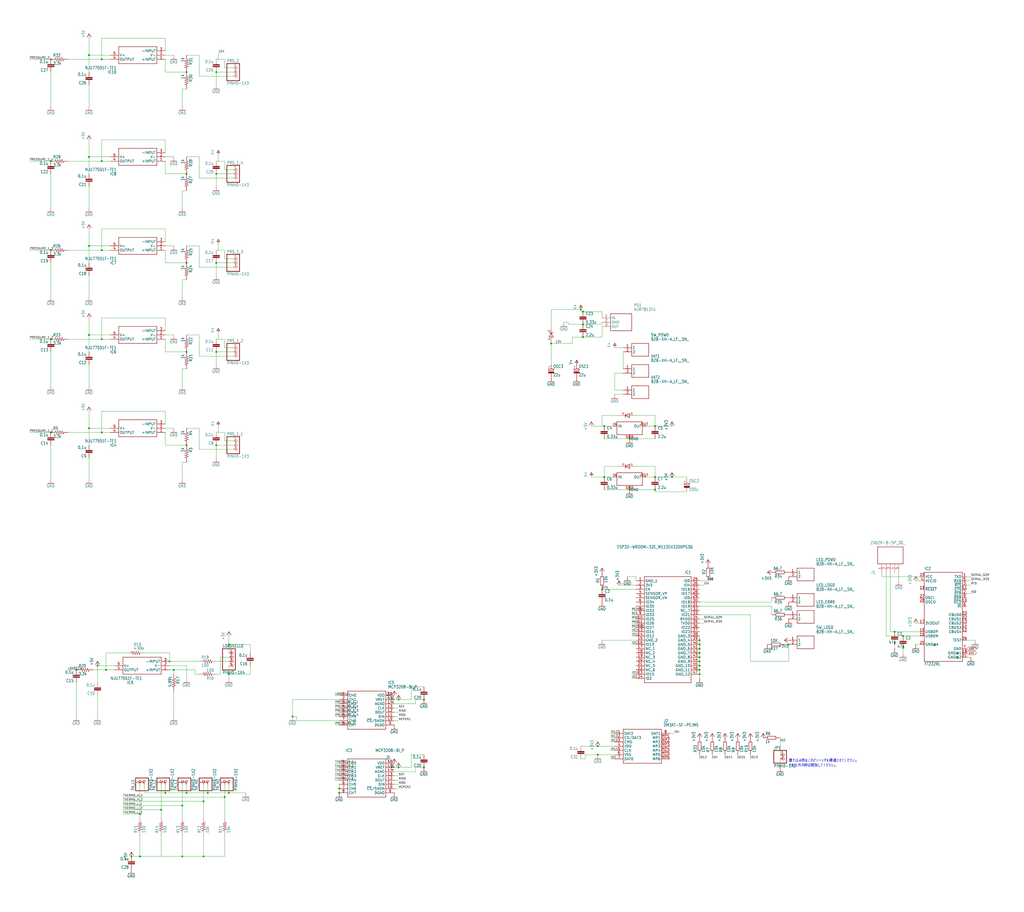
<source format=kicad_sch>
(kicad_sch (version 20250114) (generator "eeschema") (generator_version "9.0")
  (paper "User" 613.461 546.278)
  (text "書き込み時はこのピンヘッダを導通させてください。\nそれ以外の時は開放してください。" (at 472.44 459.74 0) (effects (font (size 1.778 1.5113)) (justify left bottom)))
  (junction (at 30.48 259.08))
  (junction (at 104.14 401.32))
  (junction (at 30.48 96.52))
  (junction (at 101.6 396.24))
  (junction (at 254 419.1))
  (junction (at 349.25 194.31))
  (junction (at 129.54 43.18))
  (junction (at 238.76 419.1))
  (junction (at 121.92 480.06))
  (junction (at 392.43 293.37))
  (junction (at 111.76 210.82))
  (junction (at 535.94 378.46))
  (junction (at 472.44 386.08))
  (junction (at 111.76 474.98))
  (junction (at 137.16 386.08))
  (junction (at 361.95 255.27))
  (junction (at 392.43 285.75))
  (junction (at 419.1 403.86))
  (junction (at 361.95 285.75))
  (junction (at 111.76 104.14))
  (junction (at 58.42 398.78))
  (junction (at 78.74 513.08))
  (junction (at 45.72 401.32))
  (junction (at 30.48 149.86))
  (junction (at 60.96 149.86))
  (junction (at 111.76 266.7))
  (junction (at 121.92 513.08))
  (junction (at 129.54 210.82))
  (junction (at 53.34 147.32))
  (junction (at 419.1 396.24))
  (junction (at 330.2 205.74))
  (junction (at 129.54 104.14))
  (junction (at 419.1 398.78))
  (junction (at 402.59 285.75))
  (junction (at 111.76 43.18))
  (junction (at 541.02 381))
  (junction (at 419.1 386.08))
  (junction (at 30.48 35.56))
  (junction (at 60.96 203.2))
  (junction (at 349.25 186.69))
  (junction (at 419.1 383.54))
  (junction (at 109.22 482.6))
  (junction (at 419.1 391.16))
  (junction (at 83.82 487.68))
  (junction (at 377.19 293.37))
  (junction (at 60.96 259.08))
  (junction (at 53.34 33.02))
  (junction (at 349.25 201.93))
  (junction (at 124.46 474.98))
  (junction (at 238.76 459.74))
  (junction (at 254 459.74))
  (junction (at 53.34 93.98))
  (junction (at 419.1 393.7))
  (junction (at 53.34 256.54))
  (junction (at 419.1 388.62))
  (junction (at 377.19 262.89))
  (junction (at 203.2 474.98))
  (junction (at 358.14 447.04))
  (junction (at 109.22 513.08))
  (junction (at 137.16 474.98))
  (junction (at 129.54 157.48))
  (junction (at 129.54 266.7))
  (junction (at 419.1 401.32))
  (junction (at 53.34 200.66))
  (junction (at 96.52 485.14))
  (junction (at 203.2 472.44))
  (junction (at 111.76 157.48))
  (junction (at 99.06 474.98))
  (junction (at 60.96 96.52))
  (junction (at 347.98 185.42))
  (junction (at 134.62 477.52))
  (junction (at 60.96 35.56))
  (junction (at 358.14 452.12))
  (junction (at 137.16 403.86))
  (junction (at 83.82 513.08))
  (junction (at 360.68 353.06))
  (junction (at 63.5 401.32))
  (junction (at 392.43 255.27))
  (junction (at 175.26 429.26))
  (junction (at 30.48 203.2))
  (wire (pts (xy 350.52 452.12) (xy 350.52 454.66)) (stroke (width 0.1524)))
  (wire (pts (xy 116.84 401.32) (xy 116.84 403.86)) (stroke (width 0.1524)))
  (wire (pts (xy 134.62 513.08) (xy 121.92 513.08)) (stroke (width 0.1524)))
  (wire (pts (xy 99.06 469.9) (xy 99.06 474.98)) (stroke (width 0.1524)))
  (wire (pts (xy 119.38 213.36) (xy 119.38 200.66)) (stroke (width 0.1524)))
  (wire (pts (xy 119.38 93.98) (xy 111.76 93.98)) (stroke (width 0.1524)))
  (wire (pts (xy 60.96 137.16) (xy 60.96 149.86)) (stroke (width 0.1524)))
  (wire (pts (xy 354.33 255.27) (xy 361.95 255.27)) (stroke (width 0.1524)))
  (wire (pts (xy 83.82 487.68) (xy 73.66 487.68)) (stroke (width 0.1524)))
  (wire (pts (xy 381 365.76) (xy 378.46 365.76)) (stroke (width 0.1524)))
  (wire (pts (xy 392.43 255.27) (xy 402.59 255.27)) (stroke (width 0.1524)))
  (wire (pts (xy 137.16 386.08) (xy 137.16 381)) (stroke (width 0.1524)))
  (wire (pts (xy 246.38 419.1) (xy 246.38 411.48)) (stroke (width 0.1524)))
  (wire (pts (xy 134.62 477.52) (xy 73.66 477.52)) (stroke (width 0.1524)))
  (wire (pts (xy 472.44 396.24) (xy 449.58 396.24)) (stroke (width 0.1524)))
  (wire (pts (xy 53.34 63.5) (xy 53.34 50.8)) (stroke (width 0.1524)))
  (wire (pts (xy 584.2 383.54) (xy 579.12 383.54)) (stroke (width 0.1524)))
  (wire (pts (xy 129.54 104.14) (xy 129.54 111.76)) (stroke (width 0.1524)))
  (wire (pts (xy 99.06 93.98) (xy 104.14 93.98)) (stroke (width 0.1524)))
  (wire (pts (xy 137.16 474.98) (xy 124.46 474.98)) (stroke (width 0.1524)))
  (wire (pts (xy 541.02 391.16) (xy 541.02 388.62)) (stroke (width 0.1524)))
  (wire (pts (xy 347.98 185.42) (xy 347.98 186.69)) (stroke (width 0.1524)))
  (wire (pts (xy 368.3 439.42) (xy 365.76 439.42)) (stroke (width 0.1524)))
  (wire (pts (xy 119.38 160.02) (xy 119.38 147.32)) (stroke (width 0.1524)))
  (wire (pts (xy 119.38 147.32) (xy 111.76 147.32)) (stroke (width 0.1524)))
  (wire (pts (xy 109.22 53.34) (xy 109.22 63.5)) (stroke (width 0.1524)))
  (wire (pts (xy 361.95 262.89) (xy 377.19 262.89)) (stroke (width 0.1524)))
  (wire (pts (xy 53.34 231.14) (xy 53.34 218.44)) (stroke (width 0.1524)))
  (wire (pts (xy 129.54 210.82) (xy 129.54 218.44)) (stroke (width 0.1524)))
  (wire (pts (xy 177.8 431.8) (xy 177.8 429.26)) (stroke (width 0.1524)))
  (wire (pts (xy 419.1 396.24) (xy 419.1 398.78)) (stroke (width 0.1524)))
  (wire (pts (xy 111.76 53.34) (xy 109.22 53.34)) (stroke (width 0.1524)))
  (wire (pts (xy 139.7 210.82) (xy 129.54 210.82)) (stroke (width 0.1524)))
  (wire (pts (xy 392.43 248.92) (xy 392.43 255.27)) (stroke (width 0.1524)))
  (wire (pts (xy 381 373.38) (xy 378.46 373.38)) (stroke (width 0.1524)))
  (wire (pts (xy 134.62 96.52) (xy 130.81 96.52)) (stroke (width 0.1524)))
  (wire (pts (xy 66.04 33.02) (xy 53.34 33.02)) (stroke (width 0.1524)))
  (wire (pts (xy 66.04 93.98) (xy 53.34 93.98)) (stroke (width 0.1524)))
  (wire (pts (xy 60.96 149.86) (xy 66.04 149.86)) (stroke (width 0.1524)))
  (wire (pts (xy 361.95 279.4) (xy 370.84 279.4)) (stroke (width 0.1524)))
  (wire (pts (xy 99.06 144.78) (xy 99.06 137.16)) (stroke (width 0.1524)))
  (wire (pts (xy 63.5 391.16) (xy 63.5 401.32)) (stroke (width 0.1524)))
  (wire (pts (xy 99.06 200.66) (xy 104.14 200.66)) (stroke (width 0.1524)))
  (wire (pts (xy 96.52 500.38) (xy 96.52 513.08)) (stroke (width 0.1524)))
  (wire (pts (xy 53.34 210.82) (xy 53.34 200.66)) (stroke (width 0.1524)))
  (wire (pts (xy 130.81 259.08) (xy 129.54 259.08)) (stroke (width 0.1524)))
  (wire (pts (xy 40.64 149.86) (xy 60.96 149.86)) (stroke (width 0.1524)))
  (wire (pts (xy 109.22 513.08) (xy 96.52 513.08)) (stroke (width 0.1524)))
  (wire (pts (xy 368.3 444.5) (xy 365.76 444.5)) (stroke (width 0.1524)))
  (wire (pts (xy 530.86 342.9) (xy 530.86 381)) (stroke (width 0.1524)))
  (wire (pts (xy 137.16 398.78) (xy 137.16 403.86)) (stroke (width 0.1524)))
  (wire (pts (xy 134.62 208.28) (xy 134.62 203.2)) (stroke (width 0.1524)))
  (wire (pts (xy 139.7 266.7) (xy 129.54 266.7)) (stroke (width 0.1524)))
  (wire (pts (xy 426.72 452.12) (xy 426.72 454.66)) (stroke (width 0.1524)))
  (wire (pts (xy 134.62 477.52) (xy 134.62 490.22)) (stroke (width 0.1524)))
  (wire (pts (xy 472.44 386.08) (xy 469.9 386.08)) (stroke (width 0.1524)))
  (wire (pts (xy 419.1 363.22) (xy 462.28 363.22)) (stroke (width 0.1524)))
  (wire (pts (xy 203.2 457.2) (xy 200.66 457.2)) (stroke (width 0.1524)))
  (wire (pts (xy 360.68 248.92) (xy 360.68 255.27)) (stroke (width 0.1524)))
  (wire (pts (xy 86.36 469.9) (xy 86.36 474.98)) (stroke (width 0.1524)))
  (wire (pts (xy 137.16 469.9) (xy 137.16 474.98)) (stroke (width 0.1524)))
  (wire (pts (xy 111.76 157.48) (xy 99.06 157.48)) (stroke (width 0.1524)))
  (wire (pts (xy 30.48 259.08) (xy 17.78 259.08)) (stroke (width 0.1524)))
  (wire (pts (xy 340.36 194.31) (xy 340.36 193.04)) (stroke (width 0.1524)))
  (wire (pts (xy 53.34 287.02) (xy 53.34 274.32)) (stroke (width 0.1524)))
  (wire (pts (xy 134.62 469.9) (xy 134.62 477.52)) (stroke (width 0.1524)))
  (wire (pts (xy 381 378.46) (xy 378.46 378.46)) (stroke (width 0.1524)))
  (wire (pts (xy 139.7 264.16) (xy 134.62 264.16)) (stroke (width 0.1524)))
  (wire (pts (xy 175.26 419.1) (xy 175.26 429.26)) (stroke (width 0.1524)))
  (wire (pts (xy 238.76 459.74) (xy 246.38 459.74)) (stroke (width 0.1524)))
  (wire (pts (xy 111.76 210.82) (xy 99.06 210.82)) (stroke (width 0.1524)))
  (wire (pts (xy 419.1 383.54) (xy 419.1 386.08)) (stroke (width 0.1524)))
  (wire (pts (xy 134.62 35.56) (xy 130.81 35.56)) (stroke (width 0.1524)))
  (wire (pts (xy 76.2 391.16) (xy 63.5 391.16)) (stroke (width 0.1524)))
  (wire (pts (xy 137.16 391.16) (xy 137.16 386.08)) (stroke (width 0.1524)))
  (wire (pts (xy 66.04 147.32) (xy 53.34 147.32)) (stroke (width 0.1524)))
  (wire (pts (xy 361.95 293.37) (xy 377.19 293.37)) (stroke (width 0.1524)))
  (wire (pts (xy 449.58 452.12) (xy 449.58 454.66)) (stroke (width 0.1524)))
  (wire (pts (xy 203.2 434.34) (xy 200.66 434.34)) (stroke (width 0.1524)))
  (wire (pts (xy 104.14 414.02) (xy 104.14 429.26)) (stroke (width 0.1524)))
  (wire (pts (xy 132.08 393.7) (xy 132.08 403.86)) (stroke (width 0.1524)))
  (wire (pts (xy 387.35 285.75) (xy 392.43 285.75)) (stroke (width 0.1524)))
  (wire (pts (xy 132.08 403.86) (xy 129.54 403.86)) (stroke (width 0.1524)))
  (wire (pts (xy 99.06 210.82) (xy 99.06 203.2)) (stroke (width 0.1524)))
  (wire (pts (xy 130.81 31.75) (xy 130.81 35.56)) (stroke (width 0.1524)))
  (wire (pts (xy 129.54 266.7) (xy 129.54 274.32)) (stroke (width 0.1524)))
  (wire (pts (xy 139.7 43.18) (xy 129.54 43.18)) (stroke (width 0.1524)))
  (wire (pts (xy 381 345.44) (xy 381 347.98)) (stroke (width 0.1524)))
  (wire (pts (xy 462.28 360.68) (xy 462.28 358.14)) (stroke (width 0.1524)))
  (wire (pts (xy 53.34 200.66) (xy 53.34 190.5)) (stroke (width 0.1524)))
  (wire (pts (xy 342.9 201.93) (xy 342.9 205.74)) (stroke (width 0.1524)))
  (wire (pts (xy 548.64 373.38) (xy 551.18 373.38)) (stroke (width 0.1524)))
  (wire (pts (xy 419.1 373.38) (xy 421.64 373.38)) (stroke (width 0.1524)))
  (wire (pts (xy 535.94 388.62) (xy 535.94 386.08)) (stroke (width 0.1524)))
  (wire (pts (xy 361.95 255.27) (xy 367.03 255.27)) (stroke (width 0.1524)))
  (wire (pts (xy 246.38 459.74) (xy 246.38 452.12)) (stroke (width 0.1524)))
  (wire (pts (xy 53.34 256.54) (xy 53.34 246.38)) (stroke (width 0.1524)))
  (wire (pts (xy 360.68 190.5) (xy 360.68 186.69)) (stroke (width 0.1524)))
  (wire (pts (xy 101.6 396.24) (xy 101.6 391.16)) (stroke (width 0.1524)))
  (wire (pts (xy 83.82 487.68) (xy 83.82 490.22)) (stroke (width 0.1524)))
  (wire (pts (xy 381 368.3) (xy 378.46 368.3)) (stroke (width 0.1524)))
  (wire (pts (xy 368.3 223.52) (xy 368.3 233.68)) (stroke (width 0.1524)))
  (wire (pts (xy 581.66 393.7) (xy 579.12 393.7)) (stroke (width 0.1524)))
  (wire (pts (xy 203.2 419.1) (xy 175.26 419.1)) (stroke (width 0.1524)))
  (wire (pts (xy 392.43 294.64) (xy 392.43 293.37)) (stroke (width 0.1524)))
  (wire (pts (xy 53.34 157.48) (xy 53.34 147.32)) (stroke (width 0.1524)))
  (wire (pts (xy 203.2 431.8) (xy 177.8 431.8)) (stroke (width 0.1524)))
  (wire (pts (xy 368.3 236.22) (xy 373.38 236.22)) (stroke (width 0.1524)))
  (wire (pts (xy 579.12 345.44) (xy 581.66 345.44)) (stroke (width 0.1524)))
  (wire (pts (xy 373.38 210.82) (xy 373.38 220.98)) (stroke (width 0.1524)))
  (wire (pts (xy 419.1 370.84) (xy 421.64 370.84)) (stroke (width 0.1524)))
  (wire (pts (xy 248.92 459.74) (xy 254 459.74)) (stroke (width 0.1524)))
  (wire (pts (xy 30.48 43.18) (xy 30.48 63.5)) (stroke (width 0.1524)))
  (wire (pts (xy 149.86 391.16) (xy 149.86 386.08)) (stroke (width 0.1524)))
  (wire (pts (xy 99.06 91.44) (xy 99.06 83.82)) (stroke (width 0.1524)))
  (wire (pts (xy 30.48 104.14) (xy 30.48 124.46)) (stroke (width 0.1524)))
  (wire (pts (xy 134.62 259.08) (xy 130.81 259.08)) (stroke (width 0.1524)))
  (wire (pts (xy 149.86 386.08) (xy 137.16 386.08)) (stroke (width 0.1524)))
  (wire (pts (xy 30.48 210.82) (xy 30.48 231.14)) (stroke (width 0.1524)))
  (wire (pts (xy 467.36 441.96) (xy 467.36 452.12)) (stroke (width 0.1524)))
  (wire (pts (xy 104.14 401.32) (xy 116.84 401.32)) (stroke (width 0.1524)))
  (wire (pts (xy 203.2 467.36) (xy 200.66 467.36)) (stroke (width 0.1524)))
  (wire (pts (xy 139.7 154.94) (xy 134.62 154.94)) (stroke (width 0.1524)))
  (wire (pts (xy 119.38 200.66) (xy 111.76 200.66)) (stroke (width 0.1524)))
  (wire (pts (xy 139.7 160.02) (xy 119.38 160.02)) (stroke (width 0.1524)))
  (wire (pts (xy 119.38 269.24) (xy 119.38 256.54)) (stroke (width 0.1524)))
  (wire (pts (xy 368.3 233.68) (xy 373.38 233.68)) (stroke (width 0.1524)))
  (wire (pts (xy 99.06 137.16) (xy 60.96 137.16)) (stroke (width 0.1524)))
  (wire (pts (xy 111.76 398.78) (xy 111.76 406.4)) (stroke (width 0.1524)))
  (wire (pts (xy 129.54 396.24) (xy 137.16 396.24)) (stroke (width 0.1524)))
  (wire (pts (xy 368.3 208.28) (xy 373.38 208.28)) (stroke (width 0.1524)))
  (wire (pts (xy 99.06 256.54) (xy 104.14 256.54)) (stroke (width 0.1524)))
  (wire (pts (xy 53.34 266.7) (xy 53.34 256.54)) (stroke (width 0.1524)))
  (wire (pts (xy 358.14 452.12) (xy 350.52 452.12)) (stroke (width 0.1524)))
  (wire (pts (xy 236.22 426.72) (xy 238.76 426.72)) (stroke (width 0.1524)))
  (wire (pts (xy 149.86 398.78) (xy 149.86 403.86)) (stroke (width 0.1524)))
  (wire (pts (xy 60.96 203.2) (xy 66.04 203.2)) (stroke (width 0.1524)))
  (wire (pts (xy 419.1 360.68) (xy 462.28 360.68)) (stroke (width 0.1524)))
  (wire (pts (xy 441.96 452.12) (xy 441.96 454.66)) (stroke (width 0.1524)))
  (wire (pts (xy 449.58 396.24) (xy 449.58 368.3)) (stroke (width 0.1524)))
  (wire (pts (xy 361.95 285.75) (xy 354.33 285.75)) (stroke (width 0.1524)))
  (wire (pts (xy 177.8 429.26) (xy 175.26 429.26)) (stroke (width 0.1524)))
  (wire (pts (xy 419.1 388.62) (xy 419.1 391.16)) (stroke (width 0.1524)))
  (wire (pts (xy 381 350.52) (xy 370.84 350.52)) (stroke (width 0.1524)))
  (wire (pts (xy 368.3 441.96) (xy 365.76 441.96)) (stroke (width 0.1524)))
  (wire (pts (xy 528.32 345.44) (xy 551.18 345.44)) (stroke (width 0.1524)))
  (wire (pts (xy 203.2 472.44) (xy 203.2 474.98)) (stroke (width 0.1524)))
  (wire (pts (xy 101.6 391.16) (xy 86.36 391.16)) (stroke (width 0.1524)))
  (wire (pts (xy 119.38 33.02) (xy 111.76 33.02)) (stroke (width 0.1524)))
  (wire (pts (xy 129.54 43.18) (xy 129.54 50.8)) (stroke (width 0.1524)))
  (wire (pts (xy 203.2 416.56) (xy 200.66 416.56)) (stroke (width 0.1524)))
  (wire (pts (xy 96.52 485.14) (xy 96.52 490.22)) (stroke (width 0.1524)))
  (wire (pts (xy 236.22 469.9) (xy 238.76 469.9)) (stroke (width 0.1524)))
  (wire (pts (xy 419.1 350.52) (xy 421.64 350.52)) (stroke (width 0.1524)))
  (wire (pts (xy 119.38 45.72) (xy 119.38 33.02)) (stroke (width 0.1524)))
  (wire (pts (xy 236.22 462.28) (xy 248.92 462.28)) (stroke (width 0.1524)))
  (wire (pts (xy 392.43 285.75) (xy 402.59 285.75)) (stroke (width 0.1524)))
  (wire (pts (xy 109.22 167.64) (xy 109.22 177.8)) (stroke (width 0.1524)))
  (wire (pts (xy 124.46 474.98) (xy 111.76 474.98)) (stroke (width 0.1524)))
  (wire (pts (xy 130.81 146.05) (xy 130.81 149.86)) (stroke (width 0.1524)))
  (wire (pts (xy 381 370.84) (xy 378.46 370.84)) (stroke (width 0.1524)))
  (wire (pts (xy 109.22 469.9) (xy 109.22 482.6)) (stroke (width 0.1524)))
  (wire (pts (xy 134.62 203.2) (xy 130.81 203.2)) (stroke (width 0.1524)))
  (wire (pts (xy 111.76 114.3) (xy 109.22 114.3)) (stroke (width 0.1524)))
  (wire (pts (xy 349.25 194.31) (xy 360.68 194.31)) (stroke (width 0.1524)))
  (wire (pts (xy 533.4 378.46) (xy 535.94 378.46)) (stroke (width 0.1524)))
  (wire (pts (xy 236.22 459.74) (xy 238.76 459.74)) (stroke (width 0.1524)))
  (wire (pts (xy 381 406.4) (xy 378.46 406.4)) (stroke (width 0.1524)))
  (wire (pts (xy 53.34 104.14) (xy 53.34 93.98)) (stroke (width 0.1524)))
  (wire (pts (xy 248.92 419.1) (xy 254 419.1)) (stroke (width 0.1524)))
  (wire (pts (xy 99.06 254) (xy 99.06 246.38)) (stroke (width 0.1524)))
  (wire (pts (xy 419.1 391.16) (xy 419.1 393.7)) (stroke (width 0.1524)))
  (wire (pts (xy 238.76 419.1) (xy 246.38 419.1)) (stroke (width 0.1524)))
  (wire (pts (xy 96.52 469.9) (xy 96.52 485.14)) (stroke (width 0.1524)))
  (wire (pts (xy 375.92 345.44) (xy 381 345.44)) (stroke (width 0.1524)))
  (wire (pts (xy 467.36 454.66) (xy 467.36 459.74)) (stroke (width 0.1524)))
  (wire (pts (xy 134.62 101.6) (xy 134.62 96.52)) (stroke (width 0.1524)))
  (wire (pts (xy 121.92 480.06) (xy 121.92 490.22)) (stroke (width 0.1524)))
  (wire (pts (xy 30.48 157.48) (xy 30.48 177.8)) (stroke (width 0.1524)))
  (wire (pts (xy 548.64 386.08) (xy 551.18 386.08)) (stroke (width 0.1524)))
  (wire (pts (xy 99.06 43.18) (xy 99.06 35.56)) (stroke (width 0.1524)))
  (wire (pts (xy 381 248.92) (xy 392.43 248.92)) (stroke (width 0.1524)))
  (wire (pts (xy 96.52 485.14) (xy 73.66 485.14)) (stroke (width 0.1524)))
  (wire (pts (xy 63.5 401.32) (xy 68.58 401.32)) (stroke (width 0.1524)))
  (wire (pts (xy 101.6 396.24) (xy 119.38 396.24)) (stroke (width 0.1524)))
  (wire (pts (xy 109.22 482.6) (xy 73.66 482.6)) (stroke (width 0.1524)))
  (wire (pts (xy 55.88 401.32) (xy 63.5 401.32)) (stroke (width 0.1524)))
  (wire (pts (xy 60.96 259.08) (xy 66.04 259.08)) (stroke (width 0.1524)))
  (wire (pts (xy 130.81 149.86) (xy 129.54 149.86)) (stroke (width 0.1524)))
  (wire (pts (xy 361.95 285.75) (xy 361.95 279.4)) (stroke (width 0.1524)))
  (wire (pts (xy 134.62 264.16) (xy 134.62 259.08)) (stroke (width 0.1524)))
  (wire (pts (xy 40.64 96.52) (xy 60.96 96.52)) (stroke (width 0.1524)))
  (wire (pts (xy 45.72 401.32) (xy 40.64 401.32)) (stroke (width 0.1524)))
  (wire (pts (xy 349.25 201.93) (xy 342.9 201.93)) (stroke (width 0.1524)))
  (wire (pts (xy 401.32 439.42) (xy 403.86 439.42)) (stroke (width 0.1524)))
  (wire (pts (xy 60.96 35.56) (xy 66.04 35.56)) (stroke (width 0.1524)))
  (wire (pts (xy 134.62 500.38) (xy 134.62 513.08)) (stroke (width 0.1524)))
  (wire (pts (xy 419.1 452.12) (xy 419.1 454.66)) (stroke (width 0.1524)))
  (wire (pts (xy 149.86 403.86) (xy 137.16 403.86)) (stroke (width 0.1524)))
  (wire (pts (xy 40.64 259.08) (xy 60.96 259.08)) (stroke (width 0.1524)))
  (wire (pts (xy 58.42 429.26) (xy 58.42 416.56)) (stroke (width 0.1524)))
  (wire (pts (xy 30.48 203.2) (xy 17.78 203.2)) (stroke (width 0.1524)))
  (wire (pts (xy 360.68 194.31) (xy 360.68 193.04)) (stroke (width 0.1524)))
  (wire (pts (xy 579.12 350.52) (xy 581.66 350.52)) (stroke (width 0.1524)))
  (wire (pts (xy 203.2 464.82) (xy 200.66 464.82)) (stroke (width 0.1524)))
  (wire (pts (xy 392.43 279.4) (xy 392.43 285.75)) (stroke (width 0.1524)))
  (wire (pts (xy 104.14 401.32) (xy 101.6 401.32)) (stroke (width 0.1524)))
  (wire (pts (xy 203.2 421.64) (xy 200.66 421.64)) (stroke (width 0.1524)))
  (wire (pts (xy 381 386.08) (xy 378.46 386.08)) (stroke (width 0.1524)))
  (wire (pts (xy 419.1 398.78) (xy 419.1 401.32)) (stroke (width 0.1524)))
  (wire (pts (xy 60.96 246.38) (xy 60.96 259.08)) (stroke (width 0.1524)))
  (wire (pts (xy 368.3 454.66) (xy 365.76 454.66)) (stroke (width 0.1524)))
  (wire (pts (xy 347.98 186.69) (xy 349.25 186.69)) (stroke (width 0.1524)))
  (wire (pts (xy 111.76 276.86) (xy 109.22 276.86)) (stroke (width 0.1524)))
  (wire (pts (xy 387.35 255.27) (xy 392.43 255.27)) (stroke (width 0.1524)))
  (wire (pts (xy 358.14 452.12) (xy 368.3 452.12)) (stroke (width 0.1524)))
  (wire (pts (xy 139.7 213.36) (xy 119.38 213.36)) (stroke (width 0.1524)))
  (wire (pts (xy 370.84 248.92) (xy 360.68 248.92)) (stroke (width 0.1524)))
  (wire (pts (xy 411.48 294.64) (xy 392.43 294.64)) (stroke (width 0.1524)))
  (wire (pts (xy 381 381) (xy 378.46 381)) (stroke (width 0.1524)))
  (wire (pts (xy 121.92 513.08) (xy 109.22 513.08)) (stroke (width 0.1524)))
  (wire (pts (xy 60.96 190.5) (xy 60.96 203.2)) (stroke (width 0.1524)))
  (wire (pts (xy 96.52 513.08) (xy 83.82 513.08)) (stroke (width 0.1524)))
  (wire (pts (xy 248.92 421.64) (xy 248.92 419.1)) (stroke (width 0.1524)))
  (wire (pts (xy 203.2 429.26) (xy 200.66 429.26)) (stroke (width 0.1524)))
  (wire (pts (xy 109.22 114.3) (xy 109.22 124.46)) (stroke (width 0.1524)))
  (wire (pts (xy 533.4 342.9) (xy 533.4 378.46)) (stroke (width 0.1524)))
  (wire (pts (xy 109.22 500.38) (xy 109.22 513.08)) (stroke (width 0.1524)))
  (wire (pts (xy 381 353.06) (xy 360.68 353.06)) (stroke (width 0.1524)))
  (wire (pts (xy 40.64 203.2) (xy 60.96 203.2)) (stroke (width 0.1524)))
  (wire (pts (xy 134.62 149.86) (xy 130.81 149.86)) (stroke (width 0.1524)))
  (wire (pts (xy 111.76 220.98) (xy 109.22 220.98)) (stroke (width 0.1524)))
  (wire (pts (xy 419.1 401.32) (xy 419.1 403.86)) (stroke (width 0.1524)))
  (wire (pts (xy 109.22 220.98) (xy 109.22 231.14)) (stroke (width 0.1524)))
  (wire (pts (xy 411.48 285.75) (xy 411.48 287.02)) (stroke (width 0.1524)))
  (wire (pts (xy 541.02 381) (xy 551.18 381)) (stroke (width 0.1524)))
  (wire (pts (xy 99.06 190.5) (xy 60.96 190.5)) (stroke (width 0.1524)))
  (wire (pts (xy 462.28 363.22) (xy 462.28 368.3)) (stroke (width 0.1524)))
  (wire (pts (xy 99.06 157.48) (xy 99.06 149.86)) (stroke (width 0.1524)))
  (wire (pts (xy 111.76 43.18) (xy 99.06 43.18)) (stroke (width 0.1524)))
  (wire (pts (xy 99.06 83.82) (xy 60.96 83.82)) (stroke (width 0.1524)))
  (wire (pts (xy 99.06 474.98) (xy 86.36 474.98)) (stroke (width 0.1524)))
  (wire (pts (xy 246.38 411.48) (xy 254 411.48)) (stroke (width 0.1524)))
  (wire (pts (xy 119.38 403.86) (xy 116.84 403.86)) (stroke (width 0.1524)))
  (wire (pts (xy 349.25 194.31) (xy 340.36 194.31)) (stroke (width 0.1524)))
  (wire (pts (xy 121.92 469.9) (xy 121.92 480.06)) (stroke (width 0.1524)))
  (wire (pts (xy 101.6 398.78) (xy 111.76 398.78)) (stroke (width 0.1524)))
  (wire (pts (xy 139.7 106.68) (xy 119.38 106.68)) (stroke (width 0.1524)))
  (wire (pts (xy 139.7 40.64) (xy 134.62 40.64)) (stroke (width 0.1524)))
  (wire (pts (xy 330.2 185.42) (xy 347.98 185.42)) (stroke (width 0.1524)))
  (wire (pts (xy 30.48 266.7) (xy 30.48 287.02)) (stroke (width 0.1524)))
  (wire (pts (xy 99.06 198.12) (xy 99.06 190.5)) (stroke (width 0.1524)))
  (wire (pts (xy 528.32 342.9) (xy 528.32 345.44)) (stroke (width 0.1524)))
  (wire (pts (xy 134.62 40.64) (xy 134.62 35.56)) (stroke (width 0.1524)))
  (wire (pts (xy 137.16 393.7) (xy 132.08 393.7)) (stroke (width 0.1524)))
  (wire (pts (xy 130.81 203.2) (xy 129.54 203.2)) (stroke (width 0.1524)))
  (wire (pts (xy 83.82 469.9) (xy 83.82 487.68)) (stroke (width 0.1524)))
  (wire (pts (xy 381 375.92) (xy 378.46 375.92)) (stroke (width 0.1524)))
  (wire (pts (xy 58.42 398.78) (xy 68.58 398.78)) (stroke (width 0.1524)))
  (wire (pts (xy 139.7 45.72) (xy 119.38 45.72)) (stroke (width 0.1524)))
  (wire (pts (xy 111.76 266.7) (xy 99.06 266.7)) (stroke (width 0.1524)))
  (wire (pts (xy 109.22 482.6) (xy 109.22 490.22)) (stroke (width 0.1524)))
  (wire (pts (xy 139.7 104.14) (xy 129.54 104.14)) (stroke (width 0.1524)))
  (wire (pts (xy 381 383.54) (xy 360.68 383.54)) (stroke (width 0.1524)))
  (wire (pts (xy 340.36 193.04) (xy 337.82 193.04)) (stroke (width 0.1524)))
  (wire (pts (xy 203.2 424.18) (xy 200.66 424.18)) (stroke (width 0.1524)))
  (wire (pts (xy 367.03 285.75) (xy 361.95 285.75)) (stroke (width 0.1524)))
  (wire (pts (xy 538.48 342.9) (xy 538.48 347.98)) (stroke (width 0.1524)))
  (wire (pts (xy 381 279.4) (xy 392.43 279.4)) (stroke (width 0.1524)))
  (wire (pts (xy 30.48 35.56) (xy 17.78 35.56)) (stroke (width 0.1524)))
  (wire (pts (xy 236.22 472.44) (xy 238.76 472.44)) (stroke (width 0.1524)))
  (wire (pts (xy 99.06 246.38) (xy 60.96 246.38)) (stroke (width 0.1524)))
  (wire (pts (xy 111.76 474.98) (xy 99.06 474.98)) (stroke (width 0.1524)))
  (wire (pts (xy 53.34 147.32) (xy 53.34 137.16)) (stroke (width 0.1524)))
  (wire (pts (xy 360.68 186.69) (xy 349.25 186.69)) (stroke (width 0.1524)))
  (wire (pts (xy 203.2 426.72) (xy 200.66 426.72)) (stroke (width 0.1524)))
  (wire (pts (xy 139.7 269.24) (xy 119.38 269.24)) (stroke (width 0.1524)))
  (wire (pts (xy 130.81 35.56) (xy 129.54 35.56)) (stroke (width 0.1524)))
  (wire (pts (xy 246.38 452.12) (xy 254 452.12)) (stroke (width 0.1524)))
  (wire (pts (xy 381 403.86) (xy 378.46 403.86)) (stroke (width 0.1524)))
  (wire (pts (xy 40.64 35.56) (xy 60.96 35.56)) (stroke (width 0.1524)))
  (wire (pts (xy 548.64 347.98) (xy 551.18 347.98)) (stroke (width 0.1524)))
  (wire (pts (xy 134.62 154.94) (xy 134.62 149.86)) (stroke (width 0.1524)))
  (wire (pts (xy 139.7 157.48) (xy 129.54 157.48)) (stroke (width 0.1524)))
  (wire (pts (xy 124.46 469.9) (xy 124.46 474.98)) (stroke (width 0.1524)))
  (wire (pts (xy 111.76 167.64) (xy 109.22 167.64)) (stroke (width 0.1524)))
  (wire (pts (xy 83.82 500.38) (xy 83.82 513.08)) (stroke (width 0.1524)))
  (wire (pts (xy 449.58 368.3) (xy 419.1 368.3)) (stroke (width 0.1524)))
  (wire (pts (xy 236.22 464.82) (xy 238.76 464.82)) (stroke (width 0.1524)))
  (wire (pts (xy 248.92 462.28) (xy 248.92 459.74)) (stroke (width 0.1524)))
  (wire (pts (xy 579.12 355.6) (xy 581.66 355.6)) (stroke (width 0.1524)))
  (wire (pts (xy 66.04 200.66) (xy 53.34 200.66)) (stroke (width 0.1524)))
  (wire (pts (xy 203.2 469.9) (xy 203.2 472.44)) (stroke (width 0.1524)))
  (wire (pts (xy 350.52 454.66) (xy 347.98 454.66)) (stroke (width 0.1524)))
  (wire (pts (xy 579.12 347.98) (xy 581.66 347.98)) (stroke (width 0.1524)))
  (wire (pts (xy 358.14 447.04) (xy 368.3 447.04)) (stroke (width 0.1524)))
  (wire (pts (xy 236.22 467.36) (xy 238.76 467.36)) (stroke (width 0.1524)))
  (wire (pts (xy 139.7 208.28) (xy 134.62 208.28)) (stroke (width 0.1524)))
  (wire (pts (xy 203.2 462.28) (xy 200.66 462.28)) (stroke (width 0.1524)))
  (wire (pts (xy 58.42 398.78) (xy 58.42 408.94)) (stroke (width 0.1524)))
  (wire (pts (xy 129.54 157.48) (xy 129.54 165.1)) (stroke (width 0.1524)))
  (wire (pts (xy 236.22 431.8) (xy 238.76 431.8)) (stroke (width 0.1524)))
  (wire (pts (xy 53.34 124.46) (xy 53.34 111.76)) (stroke (width 0.1524)))
  (wire (pts (xy 130.81 96.52) (xy 129.54 96.52)) (stroke (width 0.1524)))
  (wire (pts (xy 419.1 393.7) (xy 419.1 396.24)) (stroke (width 0.1524)))
  (wire (pts (xy 130.81 199.39) (xy 130.81 203.2)) (stroke (width 0.1524)))
  (wire (pts (xy 53.34 43.18) (xy 53.34 33.02)) (stroke (width 0.1524)))
  (wire (pts (xy 203.2 459.74) (xy 200.66 459.74)) (stroke (width 0.1524)))
  (wire (pts (xy 99.06 147.32) (xy 104.14 147.32)) (stroke (width 0.1524)))
  (wire (pts (xy 330.2 195.58) (xy 330.2 185.42)) (stroke (width 0.1524)))
  (wire (pts (xy 119.38 256.54) (xy 111.76 256.54)) (stroke (width 0.1524)))
  (wire (pts (xy 99.06 30.48) (xy 99.06 22.86)) (stroke (width 0.1524)))
  (wire (pts (xy 60.96 96.52) (xy 66.04 96.52)) (stroke (width 0.1524)))
  (wire (pts (xy 360.68 195.58) (xy 360.68 201.93)) (stroke (width 0.1524)))
  (wire (pts (xy 472.44 386.08) (xy 472.44 396.24)) (stroke (width 0.1524)))
  (wire (pts (xy 121.92 480.06) (xy 73.66 480.06)) (stroke (width 0.1524)))
  (wire (pts (xy 236.22 419.1) (xy 238.76 419.1)) (stroke (width 0.1524)))
  (wire (pts (xy 109.22 276.86) (xy 109.22 287.02)) (stroke (width 0.1524)))
  (wire (pts (xy 83.82 513.08) (xy 78.74 513.08)) (stroke (width 0.1524)))
  (wire (pts (xy 111.76 104.14) (xy 99.06 104.14)) (stroke (width 0.1524)))
  (wire (pts (xy 419.1 381) (xy 419.1 383.54)) (stroke (width 0.1524)))
  (wire (pts (xy 419.1 386.08) (xy 419.1 388.62)) (stroke (width 0.1524)))
  (wire (pts (xy 99.06 104.14) (xy 99.06 96.52)) (stroke (width 0.1524)))
  (wire (pts (xy 111.76 469.9) (xy 111.76 474.98)) (stroke (width 0.1524)))
  (wire (pts (xy 45.72 408.94) (xy 45.72 429.26)) (stroke (width 0.1524)))
  (wire (pts (xy 402.59 285.75) (xy 411.48 285.75)) (stroke (width 0.1524)))
  (wire (pts (xy 535.94 378.46) (xy 551.18 378.46)) (stroke (width 0.1524)))
  (wire (pts (xy 53.34 177.8) (xy 53.34 165.1)) (stroke (width 0.1524)))
  (wire (pts (xy 419.1 347.98) (xy 424.18 347.98)) (stroke (width 0.1524)))
  (wire (pts (xy 60.96 83.82) (xy 60.96 96.52)) (stroke (width 0.1524)))
  (wire (pts (xy 119.38 106.68) (xy 119.38 93.98)) (stroke (width 0.1524)))
  (wire (pts (xy 139.7 101.6) (xy 134.62 101.6)) (stroke (width 0.1524)))
  (wire (pts (xy 99.06 33.02) (xy 104.14 33.02)) (stroke (width 0.1524)))
  (wire (pts (xy 236.22 429.26) (xy 238.76 429.26)) (stroke (width 0.1524)))
  (wire (pts (xy 360.68 201.93) (xy 349.25 201.93)) (stroke (width 0.1524)))
  (wire (pts (xy 368.3 449.58) (xy 365.76 449.58)) (stroke (width 0.1524)))
  (wire (pts (xy 530.86 381) (xy 541.02 381)) (stroke (width 0.1524)))
  (wire (pts (xy 53.34 93.98) (xy 53.34 83.82)) (stroke (width 0.1524)))
  (wire (pts (xy 137.16 403.86) (xy 137.16 406.4)) (stroke (width 0.1524)))
  (wire (pts (xy 419.1 403.86) (xy 419.1 406.4)) (stroke (width 0.1524)))
  (wire (pts (xy 347.98 447.04) (xy 358.14 447.04)) (stroke (width 0.1524)))
  (wire (pts (xy 121.92 500.38) (xy 121.92 513.08)) (stroke (width 0.1524)))
  (wire (pts (xy 373.38 223.52) (xy 368.3 223.52)) (stroke (width 0.1524)))
  (wire (pts (xy 236.22 424.18) (xy 238.76 424.18)) (stroke (width 0.1524)))
  (wire (pts (xy 53.34 33.02) (xy 53.34 22.86)) (stroke (width 0.1524)))
  (wire (pts (xy 130.81 92.71) (xy 130.81 96.52)) (stroke (width 0.1524)))
  (wire (pts (xy 30.48 149.86) (xy 17.78 149.86)) (stroke (width 0.1524)))
  (wire (pts (xy 99.06 266.7) (xy 99.06 259.08)) (stroke (width 0.1524)))
  (wire (pts (xy 330.2 205.74) (xy 330.2 218.44)) (stroke (width 0.1524)))
  (wire (pts (xy 99.06 22.86) (xy 60.96 22.86)) (stroke (width 0.1524)))
  (wire (pts (xy 30.48 96.52) (xy 17.78 96.52)) (stroke (width 0.1524)))
  (wire (pts (xy 66.04 256.54) (xy 53.34 256.54)) (stroke (width 0.1524)))
  (wire (pts (xy 60.96 22.86) (xy 60.96 35.56)) (stroke (width 0.1524)))
  (wire (pts (xy 434.34 452.12) (xy 434.34 454.66)) (stroke (width 0.1524)))
  (wire (pts (xy 104.14 403.86) (xy 104.14 401.32)) (stroke (width 0.1524)))
  (wire (pts (xy 236.22 421.64) (xy 248.92 421.64)) (stroke (width 0.1524)))
  (wire (pts (xy 130.81 255.27) (xy 130.81 259.08)) (stroke (width 0.1524)))
  (wire (pts (xy 342.9 205.74) (xy 330.2 205.74)) (stroke (width 0.1524)))
  (wire (pts (xy 137.16 474.98) (xy 147.32 474.98)) (stroke (width 0.1524)))
  (wire (pts (xy 377.19 262.89) (xy 392.43 262.89)) (stroke (width 0.1524)))
  (wire (pts (xy 377.19 293.37) (xy 392.43 293.37)) (stroke (width 0.1524)))
  (label "PRESSURE_2" (at 200.66 434.34 0) (effects (font (size 1.2446 1.2446))))
  (label "PRESSURE_1_1" (at 17.78 259.08 0) (effects (font (size 1.2446 1.2446))))
  (label "THERMO_H_2" (at 200.66 459.74 0) (effects (font (size 1.1735 1.1735))))
  (label "IO13" (at 365.76 441.96 0) (effects (font (size 1.2446 1.2446))))
  (label "THERMO_L_3" (at 200.66 467.36 0) (effects (font (size 1.1735 1.1735))))
  (label "PRESSURE_1_4" (at 17.78 96.52 0) (effects (font (size 1.2446 1.2446))))
  (label "IO2" (at 365.76 454.66 0) (effects (font (size 1.2446 1.2446))))
  (label "IO2" (at 378.46 406.4 0) (effects (font (size 1.2446 1.2446))))
  (label "IO4" (at 403.86 439.42 0) (effects (font (size 1.2446 1.2446))))
  (label "MISO" (at 238.76 467.36 0) (effects (font (size 1.1735 1.1735))))
  (label "MOSI" (at 238.76 469.9 0) (effects (font (size 1.1735 1.1735))))
  (label "IO12" (at 365.76 439.42 0) (effects (font (size 1.2446 1.2446))))
  (label "SCK" (at 238.76 424.18 0) (effects (font (size 1.1735 1.1735))))
  (label "SCK" (at 378.46 368.3 0) (effects (font (size 1.1735 1.1735))))
  (label "IO0" (at 581.66 355.6 0) (effects (font (size 1.2446 1.2446))))
  (label "SERIAL_M2S" (at 421.64 373.38 0) (effects (font (size 1.2446 1.2446))))
  (label "MCPCS1" (at 238.76 431.8 0) (effects (font (size 1.1735 1.1735))))
  (label "LOADCELL" (at 40.64 401.32 0) (effects (font (size 1.2446 1.2446))))
  (label "PRESSURE_1_2" (at 17.78 203.2 0) (effects (font (size 1.2446 1.2446))))
  (label "IO12" (at 378.46 381 0) (effects (font (size 1.2446 1.2446))))
  (label "PRESSURE_1_2" (at 200.66 424.18 0) (effects (font (size 1.2446 1.2446))))
  (label "PRESSURE_1_1" (at 200.66 421.64 0) (effects (font (size 1.2446 1.2446))))
  (label "THERMO_L_2" (at 200.66 464.82 0) (effects (font (size 1.1735 1.1735))))
  (label "IO15" (at 365.76 444.5 0) (effects (font (size 1.2446 1.2446))))
  (label "IO13" (at 449.58 454.66 0) (effects (font (size 1.2446 1.2446))))
  (label "IO14" (at 365.76 449.58 0) (effects (font (size 1.2446 1.2446))))
  (label "THERMO_H_2" (at 73.66 480.06 0) (effects (font (size 1.2446 1.2446))))
  (label "IO0" (at 424.18 347.98 0) (effects (font (size 1.2446 1.2446))))
  (label "LOADCELL" (at 200.66 416.56 0) (effects (font (size 1.1735 1.1735))))
  (label "IO4" (at 426.72 454.66 0) (effects (font (size 1.2446 1.2446))))
  (label "IO0" (at 424.18 347.98 0) (effects (font (size 1.2446 1.2446))))
  (label "IO12" (at 419.1 454.66 0) (effects (font (size 1.2446 1.2446))))
  (label "MCPCS2" (at 378.46 375.92 0) (effects (font (size 1.1735 1.1735))))
  (label "THERMO_L_3" (at 73.66 487.68 0) (effects (font (size 1.2446 1.2446))))
  (label "MCPCS2" (at 238.76 472.44 0) (effects (font (size 1.1735 1.1735))))
  (label "IO15" (at 378.46 403.86 0) (effects (font (size 1.2446 1.2446))))
  (label "IO15" (at 441.96 454.66 0) (effects (font (size 1.2446 1.2446))))
  (label "IO14" (at 434.34 454.66 0) (effects (font (size 1.2446 1.2446))))
  (label "IO13" (at 378.46 386.08 0) (effects (font (size 1.2446 1.2446))))
  (label "MISO" (at 378.46 370.84 0) (effects (font (size 1.1735 1.1735))))
  (label "PRESSURE_1_3" (at 200.66 426.72 0) (effects (font (size 1.2446 1.2446))))
  (label "IO4" (at 421.64 350.52 0) (effects (font (size 1.2446 1.2446))))
  (label "SCK" (at 238.76 464.82 0) (effects (font (size 1.1735 1.1735))))
  (label "IO2" (at 467.36 444.5 0) (effects (font (size 1.2446 1.2446))))
  (label "THERMO_L_2" (at 73.66 485.14 0) (effects (font (size 1.2446 1.2446))))
  (label "SERIAL_S2M" (at 581.66 345.44 0) (effects (font (size 1.2446 1.2446))))
  (label "RTS" (at 360.68 353.06 0) (effects (font (size 1.2446 1.2446))))
  (label "12V" (at 332.74 205.74 0) (effects (font (size 1.2446 1.2446))))
  (label "RTS" (at 581.66 350.52 0) (effects (font (size 1.2446 1.2446))))
  (label "MOSI" (at 238.76 429.26 0) (effects (font (size 1.1735 1.1735))))
  (label "THERMO_L_1" (at 200.66 462.28 0) (effects (font (size 1.1735 1.1735))))
  (label "MISO" (at 238.76 426.72 0) (effects (font (size 1.1735 1.1735))))
  (label "12V" (at 130.81 31.75 0) (effects (font (size 1.2446 1.2446))))
  (label "PRESSURE_1_3" (at 17.78 149.86 0) (effects (font (size 1.2446 1.2446))))
  (label "IO14" (at 378.46 378.46 0) (effects (font (size 1.2446 1.2446))))
  (label "MOSI" (at 378.46 373.38 0) (effects (font (size 1.1735 1.1735))))
  (label "MCPCS1" (at 378.46 365.76 0) (effects (font (size 1.1735 1.1735))))
  (label "THERMO_L_1" (at 73.66 482.6 0) (effects (font (size 1.2446 1.2446))))
  (label "SERIAL_S2M" (at 421.64 370.84 0) (effects (font (size 1.2446 1.2446))))
  (label "SERIAL_M2S" (at 581.66 347.98 0) (effects (font (size 1.2446 1.2446))))
  (label "THERMO_H_1" (at 73.66 477.52 0) (effects (font (size 1.2446 1.2446))))
  (label "THERMO_H_1" (at 200.66 457.2 0) (effects (font (size 1.1735 1.1735))))
  (label "PRESSURE_1_4" (at 200.66 429.26 0) (effects (font (size 1.2446 1.2446))))
  (label "PRESSURE_2" (at 17.78 35.56 0) (effects (font (size 1.2446 1.2446))))
  (global_label "GND" (shape bidirectional) (at 579.12 391.16 0) (effects (font (size 1.016 1.016))) (property "Intersheetrefs" "${INTERSHEET_REFS}" (effects (hide yes))))
  (global_label "GND" (shape bidirectional) (at 579.12 388.62 0) (effects (font (size 1.016 1.016))) (property "Intersheetrefs" "${INTERSHEET_REFS}" (effects (hide yes))))
  (symbol (lib_id "GSElogger-eagle-import:+3V3") (at 449.58 439.42 0) (unit 1)
    (property "Reference" "#+3V13" (effects (hide yes)))
    (property "Value" "+3V3" (at 447.04 444.5 90) (effects (font (size 1.778 1.5113)) (justify left bottom)))
  )
  (symbol (lib_id "GSElogger-eagle-import:GND") (at 109.22 127 0) (unit 1)
    (property "Reference" "#GND43" (effects (hide yes)))
    (property "Value" "GND" (at 106.68 129.54 0) (effects (font (size 1.778 1.5113)) (justify left bottom)))
  )
  (symbol (lib_id "GSElogger-eagle-import:NJM2391DL1-33") (at 377.19 285.75 0) (unit 1)
    (property "Reference" "NJM7805S0" (effects (hide yes)))
    (property "Value" "5v reg" (effects (hide yes)))
    (property "Footprint" "GSElogger:NJM2391DL1-33" (effects (hide yes)))
  )
  (symbol (lib_id "GSElogger-eagle-import:GND") (at 472.44 373.38 0) (unit 1)
    (property "Reference" "#GND54" (effects (hide yes)))
    (property "Value" "GND" (at 469.9 375.92 0) (effects (font (size 1.778 1.5113)) (justify left bottom)))
  )
  (symbol (lib_id "GSElogger-eagle-import:B2B-XH-A_LF__SN_") (at 373.38 220.98 0) (unit 1)
    (property "Reference" "VAT1" (at 389.89 213.36 0) (effects (font (size 1.778 1.5113)) (justify left)))
    (property "Value" "B2B-XH-A_LF__SN_" (at 389.89 215.9 0) (effects (font (size 1.778 1.5113)) (justify left)))
    (property "Footprint" "GSElogger:SHDR2W64P0X250_1X2_740X575X700" (effects (hide yes)))
  )
  (symbol (lib_id "GSElogger-eagle-import:GND") (at 129.54 114.3 0) (unit 1)
    (property "Reference" "#GND40" (effects (hide yes)))
    (property "Value" "GND" (at 127 116.84 0) (effects (font (size 1.778 1.5113)) (justify left bottom)))
  )
  (symbol (lib_id "GSElogger-eagle-import:GND") (at 53.34 233.68 0) (unit 1)
    (property "Reference" "#GND32" (effects (hide yes)))
    (property "Value" "GND" (at 50.8 236.22 0) (effects (font (size 1.778 1.5113)) (justify left bottom)))
  )
  (symbol (lib_id "GSElogger-eagle-import:C-EUC0603") (at 361.95 288.29 0) (unit 1)
    (property "Reference" "C6" (at 363.474 287.909 0) (effects (font (size 1.778 1.5113)) (justify left bottom)))
    (property "Value" "0.33u" (at 363.474 292.989 0) (effects (font (size 1.778 1.5113)) (justify left bottom)))
    (property "Footprint" "GSElogger:C0603" (effects (hide yes)))
  )
  (symbol (lib_id "GSElogger-eagle-import:GND") (at 104.14 149.86 0) (unit 1)
    (property "Reference" "#GND36" (effects (hide yes)))
    (property "Value" "GND" (at 101.6 152.4 0) (effects (font (size 1.778 1.5113)) (justify left bottom)))
  )
  (symbol (lib_id "GSElogger-eagle-import:C-EUC0603") (at 30.48 40.64 180) (unit 1)
    (property "Reference" "C27" (at 28.956 41.021 0) (effects (font (size 1.778 1.5113)) (justify left bottom)))
    (property "Value" "0.1u" (at 28.956 35.941 0) (effects (font (size 1.778 1.5113)) (justify left bottom)))
    (property "Footprint" "GSElogger:C0603" (effects (hide yes)))
  )
  (symbol (lib_id "GSElogger-eagle-import:R-EU_R0603") (at 441.96 447.04 90) (unit 1)
    (property "Reference" "R9" (at 440.4614 450.85 0) (effects (font (size 1.778 1.5113)) (justify left bottom)))
    (property "Value" "10k" (at 445.262 450.85 0) (effects (font (size 1.778 1.5113)) (justify left bottom)))
    (property "Footprint" "GSElogger:R0603" (effects (hide yes)))
  )
  (symbol (lib_id "GSElogger-eagle-import:GND") (at 104.14 96.52 0) (unit 1)
    (property "Reference" "#GND41" (effects (hide yes)))
    (property "Value" "GND" (at 101.6 99.06 0) (effects (font (size 1.778 1.5113)) (justify left bottom)))
  )
  (symbol (lib_id "GSElogger-eagle-import:ESP32-WROOM-32E_M113EH3200PS3Q") (at 381 347.98 0) (unit 1)
    (property "Reference" "IC1" (at 410.21 342.9 0) (effects (font (size 1.778 1.5113)) (justify left)))
    (property "Value" "ESP32-WROOM-32E_M113EH3200PS3Q" (at 369.57 327.66 0) (effects (font (size 1.778 1.5113)) (justify left)))
    (property "Footprint" "GSElogger:ESP32WROOM32EM113EH3200PS3Q0" (effects (hide yes)))
  )
  (symbol (lib_id "GSElogger-eagle-import:R-US_R0603") (at 124.46 403.86 180) (unit 1)
    (property "Reference" "R16" (at 128.27 405.3586 0) (effects (font (size 1.778 1.5113)) (justify left bottom)))
    (property "Value" "100" (at 128.27 400.558 0) (effects (font (size 1.778 1.5113)) (justify left bottom)))
    (property "Footprint" "GSElogger:R0603" (effects (hide yes)))
  )
  (symbol (lib_id "GSElogger-eagle-import:GND") (at 111.76 408.94 0) (unit 1)
    (property "Reference" "#GND22" (effects (hide yes)))
    (property "Value" "GND" (at 109.22 411.48 0) (effects (font (size 1.778 1.5113)) (justify left bottom)))
  )
  (symbol (lib_id "GSElogger-eagle-import:R-EU_R0603") (at 467.36 368.3 180) (unit 1)
    (property "Reference" "R36" (at 468.63 369.7986 0) (effects (font (size 1.778 1.5113)) (justify left bottom)))
    (property "Value" "66.7" (at 468.63 364.998 0) (effects (font (size 1.778 1.5113)) (justify left bottom)))
    (property "Footprint" "GSElogger:R0603" (effects (hide yes)))
  )
  (symbol (lib_id "GSElogger-eagle-import:CPOL-EUE2,5-6E") (at 330.2 220.98 0) (unit 1)
    (property "Reference" "OSC3" (at 331.343 220.4974 0) (effects (font (size 1.778 1.5113)) (justify left bottom)))
    (property "Value" "22u" (at 331.343 225.5774 0) (effects (font (size 1.778 1.5113)) (justify left bottom)))
    (property "Footprint" "GSElogger:E2,5-6E" (effects (hide yes)))
  )
  (symbol (lib_id "GSElogger-eagle-import:+5V") (at 236.22 414.02 0) (unit 1)
    (property "Reference" "#P+7" (effects (hide yes)))
    (property "Value" "+5V" (at 233.68 419.1 90) (effects (font (size 1.778 1.5113)) (justify left bottom)))
  )
  (symbol (lib_id "GSElogger-eagle-import:C-EUC0603") (at 129.54 40.64 180) (unit 1)
    (property "Reference" "C25" (at 128.016 41.021 0) (effects (font (size 1.778 1.5113)) (justify left bottom)))
    (property "Value" "0.1u" (at 128.016 35.941 0) (effects (font (size 1.778 1.5113)) (justify left bottom)))
    (property "Footprint" "GSElogger:C0603" (effects (hide yes)))
  )
  (symbol (lib_id "GSElogger-eagle-import:GND") (at 538.48 350.52 0) (unit 1)
    (property "Reference" "#GND10" (effects (hide yes)))
    (property "Value" "GND" (at 535.94 353.06 0) (effects (font (size 1.778 1.5113)) (justify left bottom)))
  )
  (symbol (lib_id "GSElogger-eagle-import:GND") (at 109.22 180.34 0) (unit 1)
    (property "Reference" "#GND38" (effects (hide yes)))
    (property "Value" "GND" (at 106.68 182.88 0) (effects (font (size 1.778 1.5113)) (justify left bottom)))
  )
  (symbol (lib_id "GSElogger-eagle-import:C-EUC0603") (at 58.42 414.02 180) (unit 1)
    (property "Reference" "C10" (at 56.896 414.401 0) (effects (font (size 1.778 1.5113)) (justify left bottom)))
    (property "Value" "0.1u" (at 56.896 409.321 0) (effects (font (size 1.778 1.5113)) (justify left bottom)))
    (property "Footprint" "GSElogger:C0603" (effects (hide yes)))
  )
  (symbol (lib_id "GSElogger-eagle-import:R-US_R0603") (at 111.76 38.1 270) (unit 1)
    (property "Reference" "R31" (at 113.2586 34.29 0) (effects (font (size 1.778 1.5113)) (justify left bottom)))
    (property "Value" "1k" (at 108.458 34.29 0) (effects (font (size 1.778 1.5113)) (justify left bottom)))
    (property "Footprint" "GSElogger:R0603" (effects (hide yes)))
  )
  (symbol (lib_id "GSElogger-eagle-import:GND") (at 541.02 393.7 0) (unit 1)
    (property "Reference" "#GND5" (effects (hide yes)))
    (property "Value" "GND" (at 538.48 396.24 0) (effects (font (size 1.778 1.5113)) (justify left bottom)))
  )
  (symbol (lib_id "GSElogger-eagle-import:+3V3") (at 419.1 439.42 0) (unit 1)
    (property "Reference" "#+3V7" (effects (hide yes)))
    (property "Value" "+3V3" (at 416.56 444.5 90) (effects (font (size 1.778 1.5113)) (justify left bottom)))
  )
  (symbol (lib_id "GSElogger-eagle-import:+3V3") (at 457.2 439.42 0) (unit 1)
    (property "Reference" "#+3V8" (effects (hide yes)))
    (property "Value" "+3V3" (at 454.66 444.5 90) (effects (font (size 1.778 1.5113)) (justify left bottom)))
  )
  (symbol (lib_id "GSElogger-eagle-import:GND") (at 104.14 259.08 0) (unit 1)
    (property "Reference" "#GND26" (effects (hide yes)))
    (property "Value" "GND" (at 101.6 261.62 0) (effects (font (size 1.778 1.5113)) (justify left bottom)))
  )
  (symbol (lib_id "GSElogger-eagle-import:GND") (at 53.34 289.56 0) (unit 1)
    (property "Reference" "#GND27" (effects (hide yes)))
    (property "Value" "GND" (at 50.8 292.1 0) (effects (font (size 1.778 1.5113)) (justify left bottom)))
  )
  (symbol (lib_id "GSElogger-eagle-import:+3V3") (at 424.18 335.28 0) (unit 1)
    (property "Reference" "#+3V5" (effects (hide yes)))
    (property "Value" "+3V3" (at 421.64 337.82 90) (effects (font (size 1.778 1.5113)) (justify left bottom)))
  )
  (symbol (lib_id "GSElogger-eagle-import:GND") (at 467.36 462.28 0) (unit 1)
    (property "Reference" "#GND11" (effects (hide yes)))
    (property "Value" "GND" (at 464.82 464.82 0) (effects (font (size 1.778 1.5113)) (justify left bottom)))
  )
  (symbol (lib_id "GSElogger-eagle-import:NJM2391DL1-33") (at 377.19 255.27 0) (unit 1)
    (property "Reference" "U$2" (effects (hide yes)))
    (property "Value" "3v3 reg" (effects (hide yes)))
    (property "Footprint" "GSElogger:NJM2391DL1-33" (effects (hide yes)))
  )
  (symbol (lib_id "GSElogger-eagle-import:R-US_R0603") (at 111.76 215.9 270) (unit 1)
    (property "Reference" "R21" (at 113.2586 212.09 0) (effects (font (size 1.778 1.5113)) (justify left bottom)))
    (property "Value" "1k" (at 108.458 212.09 0) (effects (font (size 1.778 1.5113)) (justify left bottom)))
    (property "Footprint" "GSElogger:R0603" (effects (hide yes)))
  )
  (symbol (lib_id "GSElogger-eagle-import:+5V") (at 238.76 457.2 0) (unit 1)
    (property "Reference" "#P+11" (effects (hide yes)))
    (property "Value" "+5V" (at 236.22 462.28 90) (effects (font (size 1.778 1.5113)) (justify left bottom)))
  )
  (symbol (lib_id "GSElogger-eagle-import:R-US_R0603") (at 111.76 48.26 270) (unit 1)
    (property "Reference" "R30" (at 113.2586 44.45 0) (effects (font (size 1.778 1.5113)) (justify left bottom)))
    (property "Value" "1k" (at 108.458 44.45 0) (effects (font (size 1.778 1.5113)) (justify left bottom)))
    (property "Footprint" "GSElogger:R0603" (effects (hide yes)))
  )
  (symbol (lib_id "GSElogger-eagle-import:PINHD-1X2") (at 124.46 467.36 90) (unit 1)
    (property "Reference" "TH_H1" (at 118.745 473.71 0) (effects (font (size 1.778 1.5113)) (justify left bottom)))
    (property "Value" "PINHD-1X2" (at 129.54 473.71 0) (effects (font (size 1.778 1.5113)) (justify left bottom)))
    (property "Footprint" "GSElogger:1X02" (effects (hide yes)))
  )
  (symbol (lib_id "GSElogger-eagle-import:GND") (at 548.64 388.62 0) (unit 1)
    (property "Reference" "#GND6" (effects (hide yes)))
    (property "Value" "GND" (at 546.1 391.16 0) (effects (font (size 1.778 1.5113)) (justify left bottom)))
  )
  (symbol (lib_id "GSElogger-eagle-import:R-US_R0603") (at 111.76 152.4 270) (unit 1)
    (property "Reference" "R25" (at 113.2586 148.59 0) (effects (font (size 1.778 1.5113)) (justify left bottom)))
    (property "Value" "1k" (at 108.458 148.59 0) (effects (font (size 1.778 1.5113)) (justify left bottom)))
    (property "Footprint" "GSElogger:R0603" (effects (hide yes)))
  )
  (symbol (lib_id "GSElogger-eagle-import:V+") (at 354.33 283.21 0) (unit 1)
    (property "Reference" "#P+4" (effects (hide yes)))
    (property "Value" "V+" (at 351.79 285.75 90) (effects (font (size 1.778 1.5113)) (justify left bottom)))
  )
  (symbol (lib_id "GSElogger-eagle-import:PINHD-1X4") (at 139.7 396.24 0) (unit 1)
    (property "Reference" "LOADSELL0" (at 133.35 387.985 0) (effects (font (size 1.778 1.5113)) (justify left bottom)))
    (property "Value" "PINHD-1X4" (at 133.35 403.86 0) (effects (font (size 1.778 1.5113)) (justify left bottom)))
    (property "Footprint" "GSElogger:1X04" (effects (hide yes)))
  )
  (symbol (lib_id "GSElogger-eagle-import:R-US_R0603") (at 50.8 401.32 0) (unit 1)
    (property "Reference" "R20" (at 46.99 399.8214 0) (effects (font (size 1.778 1.5113)) (justify left bottom)))
    (property "Value" "3.3k" (at 46.99 404.622 0) (effects (font (size 1.778 1.5113)) (justify left bottom)))
    (property "Footprint" "GSElogger:R0603" (effects (hide yes)))
  )
  (symbol (lib_id "GSElogger-eagle-import:GND") (at 472.44 363.22 0) (unit 1)
    (property "Reference" "#GND53" (effects (hide yes)))
    (property "Value" "GND" (at 469.9 365.76 0) (effects (font (size 1.778 1.5113)) (justify left bottom)))
  )
  (symbol (lib_id "GSElogger-eagle-import:C-EUC0603") (at 535.94 381 0) (unit 1)
    (property "Reference" "C1" (at 537.464 380.619 0) (effects (font (size 1.778 1.5113)) (justify left bottom)))
    (property "Value" "47p" (at 532.384 385.699 0) (effects (font (size 1.778 1.5113)) (justify left bottom)))
    (property "Footprint" "GSElogger:C0603" (effects (hide yes)))
  )
  (symbol (lib_id "GSElogger-eagle-import:C-EUC0603") (at 45.72 406.4 180) (unit 1)
    (property "Reference" "C15" (at 44.196 406.781 0) (effects (font (size 1.778 1.5113)) (justify left bottom)))
    (property "Value" "0.1u" (at 44.196 401.701 0) (effects (font (size 1.778 1.5113)) (justify left bottom)))
    (property "Footprint" "GSElogger:C0603" (effects (hide yes)))
  )
  (symbol (lib_id "GSElogger-eagle-import:PINHD-1X3") (at 142.24 43.18 0) (unit 1)
    (property "Reference" "PRS_2" (at 135.89 37.465 0) (effects (font (size 1.778 1.5113)) (justify left bottom)))
    (property "Value" "PINHD-1X3" (at 135.89 50.8 0) (effects (font (size 1.778 1.5113)) (justify left bottom)))
    (property "Footprint" "GSElogger:1X03" (effects (hide yes)))
  )
  (symbol (lib_id "GSElogger-eagle-import:GND") (at 368.3 238.76 0) (unit 1)
    (property "Reference" "#GND16" (effects (hide yes)))
    (property "Value" "GND" (at 365.76 241.3 0) (effects (font (size 1.778 1.5113)) (justify left bottom)))
  )
  (symbol (lib_id "GSElogger-eagle-import:GND") (at 360.68 386.08 0) (unit 1)
    (property "Reference" "#GND1" (effects (hide yes)))
    (property "Value" "GND" (at 358.14 388.62 0) (effects (font (size 1.778 1.5113)) (justify left bottom)))
  )
  (symbol (lib_id "GSElogger-eagle-import:CPOL-EUE2,5-6E") (at 411.48 289.56 0) (unit 1)
    (property "Reference" "OSC2" (at 412.623 289.0774 0) (effects (font (size 1.778 1.5113)) (justify left bottom)))
    (property "Value" "100u" (at 412.623 294.1574 0) (effects (font (size 1.778 1.5113)) (justify left bottom)))
    (property "Footprint" "GSElogger:E2,5-6E" (effects (hide yes)))
  )
  (symbol (lib_id "GSElogger-eagle-import:C-EUC0603") (at 30.48 208.28 180) (unit 1)
    (property "Reference" "C13" (at 28.956 208.661 0) (effects (font (size 1.778 1.5113)) (justify left bottom)))
    (property "Value" "0.1u" (at 28.956 203.581 0) (effects (font (size 1.778 1.5113)) (justify left bottom)))
    (property "Footprint" "GSElogger:C0603" (effects (hide yes)))
  )
  (symbol (lib_id "GSElogger-eagle-import:V+") (at 368.3 205.74 0) (unit 1)
    (property "Reference" "#P+2" (effects (hide yes)))
    (property "Value" "V+" (at 365.76 208.28 90) (effects (font (size 1.778 1.5113)) (justify left bottom)))
  )
  (symbol (lib_id "GSElogger-eagle-import:C-EUC0603") (at 30.48 101.6 180) (unit 1)
    (property "Reference" "C22" (at 28.956 101.981 0) (effects (font (size 1.778 1.5113)) (justify left bottom)))
    (property "Value" "0.1u" (at 28.956 96.901 0) (effects (font (size 1.778 1.5113)) (justify left bottom)))
    (property "Footprint" "GSElogger:C0603" (effects (hide yes)))
  )
  (symbol (lib_id "GSElogger-eagle-import:GND") (at 104.14 203.2 0) (unit 1)
    (property "Reference" "#GND31" (effects (hide yes)))
    (property "Value" "GND" (at 101.6 205.74 0) (effects (font (size 1.778 1.5113)) (justify left bottom)))
  )
  (symbol (lib_id "GSElogger-eagle-import:R-EU_R0603") (at 467.36 342.9 180) (unit 1)
    (property "Reference" "R34" (at 468.63 344.3986 0) (effects (font (size 1.778 1.5113)) (justify left bottom)))
    (property "Value" "66.7" (at 468.63 339.598 0) (effects (font (size 1.778 1.5113)) (justify left bottom)))
    (property "Footprint" "GSElogger:R0603" (effects (hide yes)))
  )
  (symbol (lib_id "GSElogger-eagle-import:R-EU_R0603") (at 467.36 358.14 180) (unit 1)
    (property "Reference" "R35" (at 468.63 359.6386 0) (effects (font (size 1.778 1.5113)) (justify left bottom)))
    (property "Value" "66.7" (at 468.63 354.838 0) (effects (font (size 1.778 1.5113)) (justify left bottom)))
    (property "Footprint" "GSElogger:R0603" (effects (hide yes)))
  )
  (symbol (lib_id "GSElogger-eagle-import:NJM7812FA") (at 360.68 190.5 0) (unit 1)
    (property "Reference" "PS1" (at 379.73 182.88 0) (effects (font (size 1.778 1.5113)) (justify left)))
    (property "Value" "NJM7812FA" (at 379.73 185.42 0) (effects (font (size 1.778 1.5113)) (justify left)))
    (property "Footprint" "GSElogger:TO254P500X1000X2170-3P" (effects (hide yes)))
  )
  (symbol (lib_id "GSElogger-eagle-import:R-EU_R0603") (at 464.82 386.08 180) (unit 1)
    (property "Reference" "R37" (at 466.09 387.5786 0) (effects (font (size 1.778 1.5113)) (justify left bottom)))
    (property "Value" "10K" (at 466.09 382.778 0) (effects (font (size 1.778 1.5113)) (justify left bottom)))
    (property "Footprint" "GSElogger:R0603" (effects (hide yes)))
  )
  (symbol (lib_id "GSElogger-eagle-import:GND") (at 109.22 233.68 0) (unit 1)
    (property "Reference" "#GND33" (effects (hide yes)))
    (property "Value" "GND" (at 106.68 236.22 0) (effects (font (size 1.778 1.5113)) (justify left bottom)))
  )
  (symbol (lib_id "GSElogger-eagle-import:R-EU_R0603") (at 360.68 347.98 90) (unit 1)
    (property "Reference" "R1" (at 359.1814 349.25 0) (effects (font (size 1.778 1.5113)) (justify left bottom)))
    (property "Value" "10k" (at 363.982 349.25 0) (effects (font (size 1.778 1.5113)) (justify left bottom)))
    (property "Footprint" "GSElogger:R0603" (effects (hide yes)))
  )
  (symbol (lib_id "GSElogger-eagle-import:+5V") (at 137.16 378.46 0) (unit 1)
    (property "Reference" "#P+3" (effects (hide yes)))
    (property "Value" "+5V" (at 134.62 383.54 90) (effects (font (size 1.778 1.5113)) (justify left bottom)))
  )
  (symbol (lib_id "GSElogger-eagle-import:+3V3") (at 548.64 370.84 0) (unit 1)
    (property "Reference" "#+3V2" (effects (hide yes)))
    (property "Value" "+3V3" (at 546.1 375.92 90) (effects (font (size 1.778 1.5113)) (justify left bottom)))
  )
  (symbol (lib_id "GSElogger-eagle-import:+3V3") (at 548.64 345.44 0) (unit 1)
    (property "Reference" "#+3V3" (effects (hide yes)))
    (property "Value" "+3V3" (at 546.1 350.52 90) (effects (font (size 1.778 1.5113)) (justify left bottom)))
  )
  (symbol (lib_id "GSElogger-eagle-import:GND") (at 254 462.28 0) (unit 1)
    (property "Reference" "#GND60" (effects (hide yes)))
    (property "Value" "GND" (at 251.46 464.82 0) (effects (font (size 1.778 1.5113)) (justify left bottom)))
  )
  (symbol (lib_id "GSElogger-eagle-import:PINHD-1X3") (at 142.24 104.14 0) (unit 1)
    (property "Reference" "PRS_1_4" (at 135.89 98.425 0) (effects (font (size 1.778 1.5113)) (justify left bottom)))
    (property "Value" "PINHD-1X3" (at 135.89 111.76 0) (effects (font (size 1.778 1.5113)) (justify left bottom)))
    (property "Footprint" "GSElogger:1X03" (effects (hide yes)))
  )
  (symbol (lib_id "GSElogger-eagle-import:R-US_R0603") (at 111.76 162.56 270) (unit 1)
    (property "Reference" "R24" (at 113.2586 158.75 0) (effects (font (size 1.778 1.5113)) (justify left bottom)))
    (property "Value" "1k" (at 108.458 158.75 0) (effects (font (size 1.778 1.5113)) (justify left bottom)))
    (property "Footprint" "GSElogger:R0603" (effects (hide yes)))
  )
  (symbol (lib_id "GSElogger-eagle-import:GND") (at 58.42 431.8 0) (unit 1)
    (property "Reference" "#GND24" (effects (hide yes)))
    (property "Value" "GND" (at 55.88 434.34 0) (effects (font (size 1.778 1.5113)) (justify left bottom)))
  )
  (symbol (lib_id "GSElogger-eagle-import:GND") (at 30.48 233.68 0) (unit 1)
    (property "Reference" "#GND34" (effects (hide yes)))
    (property "Value" "GND" (at 27.94 236.22 0) (effects (font (size 1.778 1.5113)) (justify left bottom)))
  )
  (symbol (lib_id "GSElogger-eagle-import:PINHD-1X3") (at 142.24 157.48 0) (unit 1)
    (property "Reference" "PRS_1_3" (at 135.89 151.765 0) (effects (font (size 1.778 1.5113)) (justify left bottom)))
    (property "Value" "PINHD-1X3" (at 135.89 165.1 0) (effects (font (size 1.778 1.5113)) (justify left bottom)))
    (property "Footprint" "GSElogger:1X03" (effects (hide yes)))
  )
  (symbol (lib_id "GSElogger-eagle-import:C-EUC0603") (at 129.54 101.6 180) (unit 1)
    (property "Reference" "C20" (at 128.016 101.981 0) (effects (font (size 1.778 1.5113)) (justify left bottom)))
    (property "Value" "0.1u" (at 128.016 96.901 0) (effects (font (size 1.778 1.5113)) (justify left bottom)))
    (property "Footprint" "GSElogger:C0603" (effects (hide yes)))
  )
  (symbol (lib_id "GSElogger-eagle-import:GND") (at 236.22 436.88 0) (unit 1)
    (property "Reference" "#GND18" (effects (hide yes)))
    (property "Value" "GND" (at 233.68 439.42 0) (effects (font (size 1.778 1.5113)) (justify left bottom)))
  )
  (symbol (lib_id "GSElogger-eagle-import:C-EUC0603") (at 347.98 452.12 180) (unit 1)
    (property "Reference" "C31" (at 346.456 452.501 0) (effects (font (size 1.778 1.5113)) (justify left bottom)))
    (property "Value" "0.1u" (at 346.456 447.421 0) (effects (font (size 1.778 1.5113)) (justify left bottom)))
    (property "Footprint" "GSElogger:C0603" (effects (hide yes)))
  )
  (symbol (lib_id "GSElogger-eagle-import:SS2040FL") (at 375.92 279.4 180) (unit 1)
    (property "Reference" "U$3" (effects (hide yes)))
    (property "Value" "SS2040FL" (effects (hide yes)))
    (property "Footprint" "GSElogger:SS2040FL" (effects (hide yes)))
  )
  (symbol (lib_id "GSElogger-eagle-import:GND") (at 109.22 66.04 0) (unit 1)
    (property "Reference" "#GND49" (effects (hide yes)))
    (property "Value" "GND" (at 106.68 68.58 0) (effects (font (size 1.778 1.5113)) (justify left bottom)))
  )
  (symbol (lib_id "GSElogger-eagle-import:+3V3") (at 441.96 439.42 0) (unit 1)
    (property "Reference" "#+3V12" (effects (hide yes)))
    (property "Value" "+3V3" (at 439.42 444.5 90) (effects (font (size 1.778 1.5113)) (justify left bottom)))
  )
  (symbol (lib_id "GSElogger-eagle-import:GND") (at 175.26 431.8 0) (unit 1)
    (property "Reference" "#GND52" (effects (hide yes)))
    (property "Value" "GND" (at 172.72 434.34 0) (effects (font (size 1.778 1.5113)) (justify left bottom)))
  )
  (symbol (lib_id "GSElogger-eagle-import:GND") (at 129.54 53.34 0) (unit 1)
    (property "Reference" "#GND46" (effects (hide yes)))
    (property "Value" "GND" (at 127 55.88 0) (effects (font (size 1.778 1.5113)) (justify left bottom)))
  )
  (symbol (lib_id "GSElogger-eagle-import:B2B-XH-A_LF__SN_") (at 373.38 233.68 0) (unit 1)
    (property "Reference" "VAT2" (at 389.89 226.06 0) (effects (font (size 1.778 1.5113)) (justify left)))
    (property "Value" "B2B-XH-A_LF__SN_" (at 389.89 228.6 0) (effects (font (size 1.778 1.5113)) (justify left)))
    (property "Footprint" "GSElogger:SHDR2W64P0X250_1X2_740X575X700" (effects (hide yes)))
  )
  (symbol (lib_id "GSElogger-eagle-import:+5V") (at 53.34 20.32 0) (unit 1)
    (property "Reference" "#P+23" (effects (hide yes)))
    (property "Value" "+5V" (at 50.8 22.86 90) (effects (font (size 1.778 1.5113)) (justify left bottom)))
  )
  (symbol (lib_id "GSElogger-eagle-import:C-EUC0603") (at 254 416.56 180) (unit 1)
    (property "Reference" "C29" (at 252.476 416.941 0) (effects (font (size 1.778 1.5113)) (justify left bottom)))
    (property "Value" "0.1u" (at 252.476 411.861 0) (effects (font (size 1.778 1.5113)) (justify left bottom)))
    (property "Footprint" "GSElogger:C0603" (effects (hide yes)))
  )
  (symbol (lib_id "GSElogger-eagle-import:GND") (at 236.22 477.52 0) (unit 1)
    (property "Reference" "#GND19" (effects (hide yes)))
    (property "Value" "GND" (at 233.68 480.06 0) (effects (font (size 1.778 1.5113)) (justify left bottom)))
  )
  (symbol (lib_id "GSElogger-eagle-import:C-EUC0603") (at 53.34 109.22 180) (unit 1)
    (property "Reference" "C21" (at 51.816 109.601 0) (effects (font (size 1.778 1.5113)) (justify left bottom)))
    (property "Value" "0.1u" (at 51.816 104.521 0) (effects (font (size 1.778 1.5113)) (justify left bottom)))
    (property "Footprint" "GSElogger:C0603" (effects (hide yes)))
  )
  (symbol (lib_id "GSElogger-eagle-import:FT232RL") (at 563.88 368.3 0) (unit 1)
    (property "Reference" "IC2" (at 553.72 341.63 0) (effects (font (size 1.778 1.5113)) (justify left bottom)))
    (property "Value" "FT232RL" (at 553.72 398.78 0) (effects (font (size 1.778 1.5113)) (justify left bottom)))
    (property "Footprint" "GSElogger:SSOP28" (effects (hide yes)))
  )
  (symbol (lib_id "GSElogger-eagle-import:GND") (at 147.32 477.52 0) (unit 1)
    (property "Reference" "#GND20" (effects (hide yes)))
    (property "Value" "GND" (at 144.78 480.06 0) (effects (font (size 1.778 1.5113)) (justify left bottom)))
  )
  (symbol (lib_id "GSElogger-eagle-import:GND") (at 581.66 396.24 0) (unit 1)
    (property "Reference" "#GND7" (effects (hide yes)))
    (property "Value" "GND" (at 579.12 398.78 0) (effects (font (size 1.778 1.5113)) (justify left bottom)))
  )
  (symbol (lib_id "GSElogger-eagle-import:GND") (at 53.34 127 0) (unit 1)
    (property "Reference" "#GND42" (effects (hide yes)))
    (property "Value" "GND" (at 50.8 129.54 0) (effects (font (size 1.778 1.5113)) (justify left bottom)))
  )
  (symbol (lib_id "GSElogger-eagle-import:GND") (at 459.74 388.62 0) (unit 1)
    (property "Reference" "#GND55" (effects (hide yes)))
    (property "Value" "GND" (at 457.2 391.16 0) (effects (font (size 1.778 1.5113)) (justify left bottom)))
  )
  (symbol (lib_id "GSElogger-eagle-import:GND") (at 330.2 228.6 0) (unit 1)
    (property "Reference" "#GND57" (effects (hide yes)))
    (property "Value" "GND" (at 327.66 231.14 0) (effects (font (size 1.778 1.5113)) (justify left bottom)))
  )
  (symbol (lib_id "GSElogger-eagle-import:GND") (at 104.14 431.8 0) (unit 1)
    (property "Reference" "#GND23" (effects (hide yes)))
    (property "Value" "GND" (at 101.6 434.34 0) (effects (font (size 1.778 1.5113)) (justify left bottom)))
  )
  (symbol (lib_id "GSElogger-eagle-import:C-EUC0603") (at 254 457.2 180) (unit 1)
    (property "Reference" "C30" (at 252.476 457.581 0) (effects (font (size 1.778 1.5113)) (justify left bottom)))
    (property "Value" "0.1u" (at 252.476 452.501 0) (effects (font (size 1.778 1.5113)) (justify left bottom)))
    (property "Footprint" "GSElogger:C0603" (effects (hide yes)))
  )
  (symbol (lib_id "GSElogger-eagle-import:GND") (at 30.48 180.34 0) (unit 1)
    (property "Reference" "#GND39" (effects (hide yes)))
    (property "Value" "GND" (at 27.94 182.88 0) (effects (font (size 1.778 1.5113)) (justify left bottom)))
  )
  (symbol (lib_id "GSElogger-eagle-import:R-US_R0603") (at 96.52 495.3 90) (unit 1)
    (property "Reference" "R14" (at 95.0214 499.11 0) (effects (font (size 1.778 1.5113)) (justify left bottom)))
    (property "Value" "100" (at 99.822 499.11 0) (effects (font (size 1.778 1.5113)) (justify left bottom)))
    (property "Footprint" "GSElogger:R0603" (effects (hide yes)))
  )
  (symbol (lib_id "GSElogger-eagle-import:V+") (at 347.98 182.88 0) (unit 1)
    (property "Reference" "#P+21" (effects (hide yes)))
    (property "Value" "V+" (at 345.44 185.42 90) (effects (font (size 1.778 1.5113)) (justify left bottom)))
  )
  (symbol (lib_id "GSElogger-eagle-import:MCP3208-BI_P") (at 203.2 457.2 0) (unit 1)
    (property "Reference" "IC3" (at 207.01 449.58 0) (effects (font (size 1.778 1.5113)) (justify left)))
    (property "Value" "MCP3208-BI_P" (at 224.79 449.58 0) (effects (font (size 1.778 1.5113)) (justify left)))
    (property "Footprint" "GSElogger:DIP781W56P254L1918H533Q16N" (effects (hide yes)))
  )
  (symbol (lib_id "GSElogger-eagle-import:+5V") (at 53.34 81.28 0) (unit 1)
    (property "Reference" "#P+20" (effects (hide yes)))
    (property "Value" "+5V" (at 50.8 83.82 90) (effects (font (size 1.778 1.5113)) (justify left bottom)))
  )
  (symbol (lib_id "GSElogger-eagle-import:C-EUC0603") (at 53.34 162.56 180) (unit 1)
    (property "Reference" "C18" (at 51.816 162.941 0) (effects (font (size 1.778 1.5113)) (justify left bottom)))
    (property "Value" "0.1u" (at 51.816 157.861 0) (effects (font (size 1.778 1.5113)) (justify left bottom)))
    (property "Footprint" "GSElogger:C0603" (effects (hide yes)))
  )
  (symbol (lib_id "GSElogger-eagle-import:R-US_R0603") (at 124.46 396.24 0) (unit 1)
    (property "Reference" "R18" (at 120.65 394.7414 0) (effects (font (size 1.778 1.5113)) (justify left bottom)))
    (property "Value" "100" (at 120.65 399.542 0) (effects (font (size 1.778 1.5113)) (justify left bottom)))
    (property "Footprint" "GSElogger:R0603" (effects (hide yes)))
  )
  (symbol (lib_id "GSElogger-eagle-import:C-EUC0603") (at 30.48 264.16 180) (unit 1)
    (property "Reference" "C14" (at 28.956 264.541 0) (effects (font (size 1.778 1.5113)) (justify left bottom)))
    (property "Value" "0.1u" (at 28.956 259.461 0) (effects (font (size 1.778 1.5113)) (justify left bottom)))
    (property "Footprint" "GSElogger:C0603" (effects (hide yes)))
  )
  (symbol (lib_id "GSElogger-eagle-import:+3V3") (at 360.68 340.36 0) (unit 1)
    (property "Reference" "#+3V4" (effects (hide yes)))
    (property "Value" "+3V3" (at 358.14 345.44 90) (effects (font (size 1.778 1.5113)) (justify left bottom)))
  )
  (symbol (lib_id "GSElogger-eagle-import:GND") (at 535.94 391.16 0) (unit 1)
    (property "Reference" "#GND4" (effects (hide yes)))
    (property "Value" "GND" (at 533.4 393.7 0) (effects (font (size 1.778 1.5113)) (justify left bottom)))
  )
  (symbol (lib_id "GSElogger-eagle-import:GND") (at 345.44 228.6 0) (unit 1)
    (property "Reference" "#GND56" (effects (hide yes)))
    (property "Value" "GND" (at 342.9 231.14 0) (effects (font (size 1.778 1.5113)) (justify left bottom)))
  )
  (symbol (lib_id "GSElogger-eagle-import:PINHD-1X2") (at 469.9 454.66 0) (unit 1)
    (property "Reference" "JP1" (at 463.55 448.945 0) (effects (font (size 1.778 1.5113)) (justify left bottom)))
    (property "Value" "PINHD-1X2" (at 463.55 459.74 0) (effects (font (size 1.778 1.5113)) (justify left bottom)))
    (property "Footprint" "GSElogger:1X02" (effects (hide yes)))
  )
  (symbol (lib_id "GSElogger-eagle-import:R-EU_R0603") (at 462.28 441.96 0) (unit 1)
    (property "Reference" "R6" (at 458.47 440.4614 0) (effects (font (size 1.778 1.5113)) (justify left bottom)))
    (property "Value" "1k" (at 458.47 445.262 0) (effects (font (size 1.778 1.5113)) (justify left bottom)))
    (property "Footprint" "GSElogger:R0603" (effects (hide yes)))
  )
  (symbol (lib_id "GSElogger-eagle-import:R-EU_R0603") (at 434.34 447.04 90) (unit 1)
    (property "Reference" "R8" (at 432.8414 450.85 0) (effects (font (size 1.778 1.5113)) (justify left bottom)))
    (property "Value" "10k" (at 437.642 450.85 0) (effects (font (size 1.778 1.5113)) (justify left bottom)))
    (property "Footprint" "GSElogger:R0603" (effects (hide yes)))
  )
  (symbol (lib_id "GSElogger-eagle-import:R-US_R0603") (at 81.28 391.16 0) (unit 1)
    (property "Reference" "R19" (at 80.01 387.1214 0) (effects (font (size 1.778 1.5113)) (justify left bottom)))
    (property "Value" "4.99k" (at 80.01 389.382 0) (effects (font (size 1.778 1.5113)) (justify left bottom)))
    (property "Footprint" "GSElogger:R0603" (effects (hide yes)))
  )
  (symbol (lib_id "GSElogger-eagle-import:C-EUC0603") (at 349.25 196.85 0) (unit 1)
    (property "Reference" "C24" (at 350.774 196.469 0) (effects (font (size 1.778 1.5113)) (justify left bottom)))
    (property "Value" "2.2u" (at 350.774 201.549 0) (effects (font (size 1.778 1.5113)) (justify left bottom)))
    (property "Footprint" "GSElogger:C0603" (effects (hide yes)))
  )
  (symbol (lib_id "GSElogger-eagle-import:C-EUC0603") (at 349.25 189.23 0) (unit 1)
    (property "Reference" "C23" (at 350.774 188.849 0) (effects (font (size 1.778 1.5113)) (justify left bottom)))
    (property "Value" "0.33u" (at 350.774 193.929 0) (effects (font (size 1.778 1.5113)) (justify left bottom)))
    (property "Footprint" "GSElogger:C0603" (effects (hide yes)))
  )
  (symbol (lib_id "GSElogger-eagle-import:R-US_R0603") (at 35.56 259.08 0) (unit 1)
    (property "Reference" "R5" (at 31.75 257.5814 0) (effects (font (size 1.778 1.5113)) (justify left bottom)))
    (property "Value" "3.3k" (at 31.75 262.382 0) (effects (font (size 1.778 1.5113)) (justify left bottom)))
    (property "Footprint" "GSElogger:R0603" (effects (hide yes)))
  )
  (symbol (lib_id "GSElogger-eagle-import:R-US_R0603") (at 111.76 205.74 270) (unit 1)
    (property "Reference" "R22" (at 113.2586 201.93 0) (effects (font (size 1.778 1.5113)) (justify left bottom)))
    (property "Value" "1k" (at 108.458 201.93 0) (effects (font (size 1.778 1.5113)) (justify left bottom)))
    (property "Footprint" "GSElogger:R0603" (effects (hide yes)))
  )
  (symbol (lib_id "GSElogger-eagle-import:C-EUC0603") (at 392.43 288.29 0) (unit 1)
    (property "Reference" "C7" (at 393.954 287.909 0) (effects (font (size 1.778 1.5113)) (justify left bottom)))
    (property "Value" "2.2u" (at 393.954 292.989 0) (effects (font (size 1.778 1.5113)) (justify left bottom)))
    (property "Footprint" "GSElogger:C0603" (effects (hide yes)))
  )
  (symbol (lib_id "GSElogger-eagle-import:NJU77551F-TE1") (at 99.06 259.08 180) (unit 1)
    (property "Reference" "IC4" (at 69.85 266.7 0) (effects (font (size 1.778 1.5113)) (justify left)))
    (property "Value" "NJU77551F-TE1" (at 69.85 264.16 0) (effects (font (size 1.778 1.5113)) (justify left)))
    (property "Footprint" "GSElogger:SOT95P280X130-5N" (effects (hide yes)))
  )
  (symbol (lib_id "GSElogger-eagle-import:GND") (at 203.2 477.52 0) (unit 1)
    (property "Reference" "#GND51" (effects (hide yes)))
    (property "Value" "GND" (at 200.66 480.06 0) (effects (font (size 1.778 1.5113)) (justify left bottom)))
  )
  (symbol (lib_id "GSElogger-eagle-import:C-EUC0603") (at 78.74 518.16 180) (unit 1)
    (property "Reference" "C28" (at 77.216 518.541 0) (effects (font (size 1.778 1.5113)) (justify left bottom)))
    (property "Value" "0.1u" (at 77.216 513.461 0) (effects (font (size 1.778 1.5113)) (justify left bottom)))
    (property "Footprint" "GSElogger:C0603" (effects (hide yes)))
  )
  (symbol (lib_id "GSElogger-eagle-import:+3V3") (at 459.74 342.9 90) (unit 1)
    (property "Reference" "#+3V14" (effects (hide yes)))
    (property "Value" "+3V3" (at 462.28 345.44 90) (effects (font (size 1.778 1.5113)) (justify left bottom)))
  )
  (symbol (lib_id "GSElogger-eagle-import:GND") (at 337.82 195.58 0) (unit 1)
    (property "Reference" "#GND45" (effects (hide yes)))
    (property "Value" "GND" (at 335.28 198.12 0) (effects (font (size 1.778 1.5113)) (justify left bottom)))
  )
  (symbol (lib_id "GSElogger-eagle-import:GND") (at 129.54 167.64 0) (unit 1)
    (property "Reference" "#GND35" (effects (hide yes)))
    (property "Value" "GND" (at 127 170.18 0) (effects (font (size 1.778 1.5113)) (justify left bottom)))
  )
  (symbol (lib_id "GSElogger-eagle-import:MCP3208-BI_P") (at 203.2 416.56 0) (unit 1)
    (property "Reference" "IC5" (at 232.41 408.94 0) (effects (font (size 1.778 1.5113)) (justify left)))
    (property "Value" "MCP3208-BI_P" (at 232.41 411.48 0) (effects (font (size 1.778 1.5113)) (justify left)))
    (property "Footprint" "GSElogger:DIP781W56P254L1918H533Q16N" (effects (hide yes)))
  )
  (symbol (lib_id "GSElogger-eagle-import:C-EUC0603") (at 129.54 208.28 180) (unit 1)
    (property "Reference" "C11" (at 128.016 208.661 0) (effects (font (size 1.778 1.5113)) (justify left bottom)))
    (property "Value" "0.1u" (at 128.016 203.581 0) (effects (font (size 1.778 1.5113)) (justify left bottom)))
    (property "Footprint" "GSElogger:C0603" (effects (hide yes)))
  )
  (symbol (lib_id "GSElogger-eagle-import:GND") (at 377.19 265.43 0) (unit 1)
    (property "Reference" "#GND13" (effects (hide yes)))
    (property "Value" "GND" (at 374.65 267.97 0) (effects (font (size 1.778 1.5113)) (justify left bottom)))
  )
  (symbol (lib_id "GSElogger-eagle-import:B2B-XH-A_LF__SN_") (at 472.44 383.54 0) (unit 1)
    (property "Reference" "SW_LOG0" (at 488.95 375.92 0) (effects (font (size 1.778 1.5113)) (justify left)))
    (property "Value" "B2B-XH-A_LF__SN_" (at 488.95 378.46 0) (effects (font (size 1.778 1.5113)) (justify left)))
    (property "Footprint" "GSElogger:SHDR2W64P0X250_1X2_740X575X700" (effects (hide yes)))
  )
  (symbol (lib_id "GSElogger-eagle-import:R-US_R0603") (at 104.14 408.94 270) (unit 1)
    (property "Reference" "R17" (at 105.6386 405.13 0) (effects (font (size 1.778 1.5113)) (justify left bottom)))
    (property "Value" "4.99k" (at 100.838 405.13 0) (effects (font (size 1.778 1.5113)) (justify left bottom)))
    (property "Footprint" "GSElogger:R0603" (effects (hide yes)))
  )
  (symbol (lib_id "GSElogger-eagle-import:+5V") (at 78.74 510.54 0) (unit 1)
    (property "Reference" "#P+12" (effects (hide yes)))
    (property "Value" "+5V" (at 76.2 515.62 90) (effects (font (size 1.778 1.5113)) (justify left bottom)))
  )
  (symbol (lib_id "GSElogger-eagle-import:R-EU_R0603") (at 426.72 447.04 90) (unit 1)
    (property "Reference" "R7" (at 425.2214 450.85 0) (effects (font (size 1.778 1.5113)) (justify left bottom)))
    (property "Value" "10k" (at 430.022 450.85 0) (effects (font (size 1.778 1.5113)) (justify left bottom)))
    (property "Footprint" "GSElogger:R0603" (effects (hide yes)))
  )
  (symbol (lib_id "GSElogger-eagle-import:R-EU_R0603") (at 424.18 342.9 90) (unit 1)
    (property "Reference" "R2" (at 422.6814 344.17 0) (effects (font (size 1.778 1.5113)) (justify left bottom)))
    (property "Value" "10K" (at 427.482 344.17 0) (effects (font (size 1.778 1.5113)) (justify left bottom)))
    (property "Footprint" "GSElogger:R0603" (effects (hide yes)))
  )
  (symbol (lib_id "GSElogger-eagle-import:R-US_R0603") (at 35.56 203.2 0) (unit 1)
    (property "Reference" "R23" (at 31.75 201.7014 0) (effects (font (size 1.778 1.5113)) (justify left bottom)))
    (property "Value" "3.3k" (at 31.75 206.502 0) (effects (font (size 1.778 1.5113)) (justify left bottom)))
    (property "Footprint" "GSElogger:R0603" (effects (hide yes)))
  )
  (symbol (lib_id "GSElogger-eagle-import:C-EUC0603") (at 129.54 264.16 180) (unit 1)
    (property "Reference" "C8" (at 128.016 264.541 0) (effects (font (size 1.778 1.5113)) (justify left bottom)))
    (property "Value" "0.1u" (at 128.016 259.461 0) (effects (font (size 1.778 1.5113)) (justify left bottom)))
    (property "Footprint" "GSElogger:C0603" (effects (hide yes)))
  )
  (symbol (lib_id "GSElogger-eagle-import:GND") (at 360.68 363.22 0) (unit 1)
    (property "Reference" "#GND9" (effects (hide yes)))
    (property "Value" "GND" (at 358.14 365.76 0) (effects (font (size 1.778 1.5113)) (justify left bottom)))
  )
  (symbol (lib_id "GSElogger-eagle-import:GND") (at 377.19 295.91 0) (unit 1)
    (property "Reference" "#GND15" (effects (hide yes)))
    (property "Value" "GND" (at 374.65 298.45 0) (effects (font (size 1.778 1.5113)) (justify left bottom)))
  )
  (symbol (lib_id "GSElogger-eagle-import:GND") (at 375.92 347.98 0) (unit 1)
    (property "Reference" "#GND2" (effects (hide yes)))
    (property "Value" "GND" (at 373.38 350.52 0) (effects (font (size 1.778 1.5113)) (justify left bottom)))
  )
  (symbol (lib_id "GSElogger-eagle-import:+5V") (at 58.42 396.24 0) (unit 1)
    (property "Reference" "#P+8" (effects (hide yes)))
    (property "Value" "+5V" (at 55.88 398.78 90) (effects (font (size 1.778 1.5113)) (justify left bottom)))
  )
  (symbol (lib_id "GSElogger-eagle-import:GND") (at 254 421.64 0) (unit 1)
    (property "Reference" "#GND59" (effects (hide yes)))
    (property "Value" "GND" (at 251.46 424.18 0) (effects (font (size 1.778 1.5113)) (justify left bottom)))
  )
  (symbol (lib_id "GSElogger-eagle-import:B2B-XH-A_LF__SN_") (at 373.38 208.28 0) (unit 1)
    (property "Reference" "SW_POW0" (at 389.89 200.66 0) (effects (font (size 1.778 1.5113)) (justify left)))
    (property "Value" "B2B-XH-A_LF__SN_" (at 389.89 203.2 0) (effects (font (size 1.778 1.5113)) (justify left)))
    (property "Footprint" "GSElogger:SHDR2W64P0X250_1X2_740X575X700" (effects (hide yes)))
  )
  (symbol (lib_id "GSElogger-eagle-import:PINHD-1X3") (at 142.24 210.82 0) (unit 1)
    (property "Reference" "PRS_1_2" (at 135.89 205.105 0) (effects (font (size 1.778 1.5113)) (justify left bottom)))
    (property "Value" "PINHD-1X3" (at 135.89 218.44 0) (effects (font (size 1.778 1.5113)) (justify left bottom)))
    (property "Footprint" "GSElogger:1X03" (effects (hide yes)))
  )
  (symbol (lib_id "GSElogger-eagle-import:DM3AT-SF-PEJM5") (at 368.3 439.42 0) (unit 1)
    (property "Reference" "J2" (at 397.51 431.8 0) (effects (font (size 1.778 1.5113)) (justify left)))
    (property "Value" "DM3AT-SF-PEJM5" (at 397.51 434.34 0) (effects (font (size 1.778 1.5113)) (justify left)))
    (property "Footprint" "GSElogger:DM3ATSFPEJM5" (effects (hide yes)))
  )
  (symbol (lib_id "GSElogger-eagle-import:R-US_R0603") (at 134.62 495.3 90) (unit 1)
    (property "Reference" "R11" (at 133.1214 499.11 0) (effects (font (size 1.778 1.5113)) (justify left bottom)))
    (property "Value" "10k" (at 137.922 499.11 0) (effects (font (size 1.778 1.5113)) (justify left bottom)))
    (property "Footprint" "GSElogger:R0603" (effects (hide yes)))
  )
  (symbol (lib_id "GSElogger-eagle-import:CPOL-EUE2,5-6E") (at 345.44 220.98 0) (unit 1)
    (property "Reference" "OSC1" (at 346.583 220.4974 0) (effects (font (size 1.778 1.5113)) (justify left bottom)))
    (property "Value" "22u" (at 346.583 225.5774 0) (effects (font (size 1.778 1.5113)) (justify left bottom)))
    (property "Footprint" "GSElogger:E2,5-6E" (effects (hide yes)))
  )
  (symbol (lib_id "GSElogger-eagle-import:+3V3") (at 402.59 252.73 0) (unit 1)
    (property "Reference" "#+3V6" (effects (hide yes)))
    (property "Value" "+3V3" (at 400.05 257.81 90) (effects (font (size 1.778 1.5113)) (justify left bottom)))
  )
  (symbol (lib_id "GSElogger-eagle-import:GND") (at 53.34 180.34 0) (unit 1)
    (property "Reference" "#GND37" (effects (hide yes)))
    (property "Value" "GND" (at 50.8 182.88 0) (effects (font (size 1.778 1.5113)) (justify left bottom)))
  )
  (symbol (lib_id "GSElogger-eagle-import:GND") (at 472.44 347.98 0) (unit 1)
    (property "Reference" "#GND12" (effects (hide yes)))
    (property "Value" "GND" (at 469.9 350.52 0) (effects (font (size 1.778 1.5113)) (justify left bottom)))
  )
  (symbol (lib_id "GSElogger-eagle-import:+3V3") (at 434.34 439.42 0) (unit 1)
    (property "Reference" "#+3V11" (effects (hide yes)))
    (property "Value" "+3V3" (at 431.8 444.5 90) (effects (font (size 1.778 1.5113)) (justify left bottom)))
  )
  (symbol (lib_id "GSElogger-eagle-import:+3V3") (at 370.84 347.98 0) (unit 1)
    (property "Reference" "#+3V1" (effects (hide yes)))
    (property "Value" "+3V3" (at 370.84 347.98 90) (effects (font (size 1.778 1.5113)) (justify left bottom)))
  )
  (symbol (lib_id "GSElogger-eagle-import:GND") (at 137.16 408.94 0) (unit 1)
    (property "Reference" "#GND21" (effects (hide yes)))
    (property "Value" "GND" (at 134.62 411.48 0) (effects (font (size 1.778 1.5113)) (justify left bottom)))
  )
  (symbol (lib_id "GSElogger-eagle-import:GND") (at 584.2 386.08 0) (unit 1)
    (property "Reference" "#GND8" (effects (hide yes)))
    (property "Value" "GND" (at 581.66 388.62 0) (effects (font (size 1.778 1.5113)) (justify left bottom)))
  )
  (symbol (lib_id "GSElogger-eagle-import:+5V") (at 354.33 252.73 0) (unit 1)
    (property "Reference" "#P+9" (effects (hide yes)))
    (property "Value" "+5V" (at 351.79 257.81 90) (effects (font (size 1.778 1.5113)) (justify left bottom)))
  )
  (symbol (lib_id "GSElogger-eagle-import:GND") (at 30.48 289.56 0) (unit 1)
    (property "Reference" "#GND29" (effects (hide yes)))
    (property "Value" "GND" (at 27.94 292.1 0) (effects (font (size 1.778 1.5113)) (justify left bottom)))
  )
  (symbol (lib_id "GSElogger-eagle-import:+3V3") (at 426.72 439.42 0) (unit 1)
    (property "Reference" "#+3V10" (effects (hide yes)))
    (property "Value" "+3V3" (at 424.18 444.5 90) (effects (font (size 1.778 1.5113)) (justify left bottom)))
  )
  (symbol (lib_id "GSElogger-eagle-import:NJU77551F-TE1") (at 99.06 149.86 180) (unit 1)
    (property "Reference" "IC7" (at 69.85 157.48 0) (effects (font (size 1.778 1.5113)) (justify left)))
    (property "Value" "NJU77551F-TE1" (at 69.85 154.94 0) (effects (font (size 1.778 1.5113)) (justify left)))
    (property "Footprint" "GSElogger:SOT95P280X130-5N" (effects (hide yes)))
  )
  (symbol (lib_id "GSElogger-eagle-import:NJU77551F-TE1") (at 99.06 96.52 180) (unit 1)
    (property "Reference" "IC8" (at 69.85 104.14 0) (effects (font (size 1.778 1.5113)) (justify left)))
    (property "Value" "NJU77551F-TE1" (at 69.85 101.6 0) (effects (font (size 1.778 1.5113)) (justify left)))
    (property "Footprint" "GSElogger:SOT95P280X130-5N" (effects (hide yes)))
  )
  (symbol (lib_id "GSElogger-eagle-import:V+") (at 130.81 252.73 0) (unit 1)
    (property "Reference" "#P+15" (effects (hide yes)))
    (property "Value" "V+" (at 128.27 255.27 90) (effects (font (size 1.778 1.5113)) (justify left bottom)))
  )
  (symbol (lib_id "GSElogger-eagle-import:V+") (at 130.81 143.51 0) (unit 1)
    (property "Reference" "#P+17" (effects (hide yes)))
    (property "Value" "V+" (at 128.27 146.05 90) (effects (font (size 1.778 1.5113)) (justify left bottom)))
  )
  (symbol (lib_id "GSElogger-eagle-import:+5V") (at 236.22 454.66 0) (unit 1)
    (property "Reference" "#P+6" (effects (hide yes)))
    (property "Value" "+5V" (at 233.68 457.2 90) (effects (font (size 1.778 1.5113)) (justify left bottom)))
  )
  (symbol (lib_id "GSElogger-eagle-import:GND") (at 129.54 276.86 0) (unit 1)
    (property "Reference" "#GND17" (effects (hide yes)))
    (property "Value" "GND" (at 127 279.4 0) (effects (font (size 1.778 1.5113)) (justify left bottom)))
  )
  (symbol (lib_id "GSElogger-eagle-import:GND") (at 30.48 127 0) (unit 1)
    (property "Reference" "#GND44" (effects (hide yes)))
    (property "Value" "GND" (at 27.94 129.54 0) (effects (font (size 1.778 1.5113)) (justify left bottom)))
  )
  (symbol (lib_id "GSElogger-eagle-import:R-US_R0603") (at 35.56 96.52 0) (unit 1)
    (property "Reference" "R29" (at 31.75 95.0214 0) (effects (font (size 1.778 1.5113)) (justify left bottom)))
    (property "Value" "3.3k" (at 31.75 99.822 0) (effects (font (size 1.778 1.5113)) (justify left bottom)))
    (property "Footprint" "GSElogger:R0603" (effects (hide yes)))
  )
  (symbol (lib_id "GSElogger-eagle-import:V+") (at 345.44 215.9 0) (unit 1)
    (property "Reference" "#P+1" (effects (hide yes)))
    (property "Value" "V+" (at 342.9 218.44 90) (effects (font (size 1.778 1.5113)) (justify left bottom)))
  )
  (symbol (lib_id "GSElogger-eagle-import:C-EUC0603") (at 541.02 383.54 0) (unit 1)
    (property "Reference" "C2" (at 542.544 383.159 0) (effects (font (size 1.778 1.5113)) (justify left bottom)))
    (property "Value" "47p" (at 537.464 388.239 0) (effects (font (size 1.778 1.5113)) (justify left bottom)))
    (property "Footprint" "GSElogger:C0603" (effects (hide yes)))
  )
  (symbol (lib_id "GSElogger-eagle-import:C-EUC0603") (at 30.48 154.94 180) (unit 1)
    (property "Reference" "C19" (at 28.956 155.321 0) (effects (font (size 1.778 1.5113)) (justify left bottom)))
    (property "Value" "0.1u" (at 28.956 150.241 0) (effects (font (size 1.778 1.5113)) (justify left bottom)))
    (property "Footprint" "GSElogger:C0603" (effects (hide yes)))
  )
  (symbol (lib_id "GSElogger-eagle-import:GND") (at 45.72 431.8 0) (unit 1)
    (property "Reference" "#GND25" (effects (hide yes)))
    (property "Value" "GND" (at 43.18 434.34 0) (effects (font (size 1.778 1.5113)) (justify left bottom)))
  )
  (symbol (lib_id "GSElogger-eagle-import:PINHD-1X2") (at 99.06 467.36 90) (unit 1)
    (property "Reference" "TH_L2" (at 93.345 473.71 0) (effects (font (size 1.778 1.5113)) (justify left bottom)))
    (property "Value" "PINHD-1X2" (at 104.14 473.71 0) (effects (font (size 1.778 1.5113)) (justify left bottom)))
    (property "Footprint" "GSElogger:1X02" (effects (hide yes)))
  )
  (symbol (lib_id "GSElogger-eagle-import:+5V") (at 238.76 416.56 0) (unit 1)
    (property "Reference" "#P+10" (effects (hide yes)))
    (property "Value" "+5V" (at 236.22 421.64 90) (effects (font (size 1.778 1.5113)) (justify left bottom)))
  )
  (symbol (lib_id "GSElogger-eagle-import:GND") (at 53.34 66.04 0) (unit 1)
    (property "Reference" "#GND48" (effects (hide yes)))
    (property "Value" "GND" (at 50.8 68.58 0) (effects (font (size 1.778 1.5113)) (justify left bottom)))
  )
  (symbol (lib_id "GSElogger-eagle-import:C-EUC0603") (at 53.34 215.9 180) (unit 1)
    (property "Reference" "C12" (at 51.816 216.281 0) (effects (font (size 1.778 1.5113)) (justify left bottom)))
    (property "Value" "0.1u" (at 51.816 211.201 0) (effects (font (size 1.778 1.5113)) (justify left bottom)))
    (property "Footprint" "GSElogger:C0603" (effects (hide yes)))
  )
  (symbol (lib_id "GSElogger-eagle-import:R-US_R0603") (at 83.82 495.3 90) (unit 1)
    (property "Reference" "R15" (at 82.3214 499.11 0) (effects (font (size 1.778 1.5113)) (justify left bottom)))
    (property "Value" "100" (at 87.122 499.11 0) (effects (font (size 1.778 1.5113)) (justify left bottom)))
    (property "Footprint" "GSElogger:R0603" (effects (hide yes)))
  )
  (symbol (lib_id "GSElogger-eagle-import:R-US_R0603") (at 111.76 109.22 270) (unit 1)
    (property "Reference" "R27" (at 113.2586 105.41 0) (effects (font (size 1.778 1.5113)) (justify left bottom)))
    (property "Value" "1k" (at 108.458 105.41 0) (effects (font (size 1.778 1.5113)) (justify left bottom)))
    (property "Footprint" "GSElogger:R0603" (effects (hide yes)))
  )
  (symbol (lib_id "GSElogger-eagle-import:+5V") (at 53.34 187.96 0) (unit 1)
    (property "Reference" "#P+14" (effects (hide yes)))
    (property "Value" "+5V" (at 50.8 190.5 90) (effects (font (size 1.778 1.5113)) (justify left bottom)))
  )
  (symbol (lib_id "GSElogger-eagle-import:C-EUC0603") (at 53.34 48.26 180) (unit 1)
    (property "Reference" "C26" (at 51.816 48.641 0) (effects (font (size 1.778 1.5113)) (justify left bottom)))
    (property "Value" "0.1u" (at 51.816 43.561 0) (effects (font (size 1.778 1.5113)) (justify left bottom)))
    (property "Footprint" "GSElogger:C0603" (effects (hide yes)))
  )
  (symbol (lib_id "GSElogger-eagle-import:SS2040FL") (at 330.2 200.66 90) (unit 1)
    (property "Reference" "U$4" (effects (hide yes)))
    (property "Value" "SS2040FL" (effects (hide yes)))
    (property "Footprint" "GSElogger:SS2040FL" (effects (hide yes)))
  )
  (symbol (lib_id "GSElogger-eagle-import:+5V") (at 53.34 134.62 0) (unit 1)
    (property "Reference" "#P+18" (effects (hide yes)))
    (property "Value" "+5V" (at 50.8 137.16 90) (effects (font (size 1.778 1.5113)) (justify left bottom)))
  )
  (symbol (lib_id "GSElogger-eagle-import:PINHD-1X3") (at 142.24 266.7 0) (unit 1)
    (property "Reference" "PRS_1_1" (at 135.89 260.985 0) (effects (font (size 1.778 1.5113)) (justify left bottom)))
    (property "Value" "PINHD-1X3" (at 135.89 274.32 0) (effects (font (size 1.778 1.5113)) (justify left bottom)))
    (property "Footprint" "GSElogger:1X03" (effects (hide yes)))
  )
  (symbol (lib_id "GSElogger-eagle-import:R-US_R0603") (at 35.56 35.56 0) (unit 1)
    (property "Reference" "R32" (at 31.75 34.0614 0) (effects (font (size 1.778 1.5113)) (justify left bottom)))
    (property "Value" "3.3k" (at 31.75 38.862 0) (effects (font (size 1.778 1.5113)) (justify left bottom)))
    (property "Footprint" "GSElogger:R0603" (effects (hide yes)))
  )
  (symbol (lib_id "GSElogger-eagle-import:C-EUC0603") (at 361.95 257.81 0) (unit 1)
    (property "Reference" "C4" (at 363.474 257.429 0) (effects (font (size 1.778 1.5113)) (justify left bottom)))
    (property "Value" "0.33u" (at 363.474 262.509 0) (effects (font (size 1.778 1.5113)) (justify left bottom)))
    (property "Footprint" "GSElogger:C0603" (effects (hide yes)))
  )
  (symbol (lib_id "GSElogger-eagle-import:B2B-XH-A_LF__SN_") (at 472.44 342.9 0) (unit 1)
    (property "Reference" "LED_POW0" (at 488.95 335.28 0) (effects (font (size 1.778 1.5113)) (justify left)))
    (property "Value" "B2B-XH-A_LF__SN_" (at 488.95 337.82 0) (effects (font (size 1.778 1.5113)) (justify left)))
    (property "Footprint" "GSElogger:SHDR2W64P0X250_1X2_740X575X700" (effects (hide yes)))
  )
  (symbol (lib_id "GSElogger-eagle-import:PINHD-1X2") (at 137.16 467.36 90) (unit 1)
    (property "Reference" "TH_H2" (at 131.445 473.71 0) (effects (font (size 1.778 1.5113)) (justify left bottom)))
    (property "Value" "PINHD-1X2" (at 142.24 473.71 0) (effects (font (size 1.778 1.5113)) (justify left bottom)))
    (property "Footprint" "GSElogger:1X02" (effects (hide yes)))
  )
  (symbol (lib_id "GSElogger-eagle-import:R-US_R0603") (at 35.56 149.86 0) (unit 1)
    (property "Reference" "R26" (at 31.75 148.3614 0) (effects (font (size 1.778 1.5113)) (justify left bottom)))
    (property "Value" "3.3k" (at 31.75 153.162 0) (effects (font (size 1.778 1.5113)) (justify left bottom)))
    (property "Footprint" "GSElogger:R0603" (effects (hide yes)))
  )
  (symbol (lib_id "GSElogger-eagle-import:C-EUC0603") (at 392.43 257.81 0) (unit 1)
    (property "Reference" "C5" (at 393.954 257.429 0) (effects (font (size 1.778 1.5113)) (justify left bottom)))
    (property "Value" "2.2u" (at 393.954 262.509 0) (effects (font (size 1.778 1.5113)) (justify left bottom)))
    (property "Footprint" "GSElogger:C0603" (effects (hide yes)))
  )
  (symbol (lib_id "GSElogger-eagle-import:GND") (at 358.14 454.66 0) (unit 1)
    (property "Reference" "#GND14" (effects (hide yes)))
    (property "Value" "GND" (at 355.6 457.2 0) (effects (font (size 1.778 1.5113)) (justify left bottom)))
  )
  (symbol (lib_id "GSElogger-eagle-import:R-US_R0603") (at 121.92 495.3 90) (unit 1)
    (property "Reference" "R12" (at 120.4214 499.11 0) (effects (font (size 1.778 1.5113)) (justify left bottom)))
    (property "Value" "10k" (at 125.222 499.11 0) (effects (font (size 1.778 1.5113)) (justify left bottom)))
    (property "Footprint" "GSElogger:R0603" (effects (hide yes)))
  )
  (symbol (lib_id "GSElogger-eagle-import:NJU77551F-TE1") (at 99.06 35.56 180) (unit 1)
    (property "Reference" "IC10" (at 69.85 43.18 0) (effects (font (size 1.778 1.5113)) (justify left)))
    (property "Value" "NJU77551F-TE1" (at 69.85 40.64 0) (effects (font (size 1.778 1.5113)) (justify left)))
    (property "Footprint" "GSElogger:SOT95P280X130-5N" (effects (hide yes)))
  )
  (symbol (lib_id "GSElogger-eagle-import:+3V3") (at 469.9 383.54 90) (unit 1)
    (property "Reference" "#+3V15" (effects (hide yes)))
    (property "Value" "+3V3" (at 472.44 386.08 90) (effects (font (size 1.778 1.5113)) (justify left bottom)))
  )
  (symbol (lib_id "GSElogger-eagle-import:B2B-XH-A_LF__SN_") (at 472.44 358.14 0) (unit 1)
    (property "Reference" "LED_LOG0" (at 488.95 350.52 0) (effects (font (size 1.778 1.5113)) (justify left)))
    (property "Value" "B2B-XH-A_LF__SN_" (at 488.95 353.06 0) (effects (font (size 1.778 1.5113)) (justify left)))
    (property "Footprint" "GSElogger:SHDR2W64P0X250_1X2_740X575X700" (effects (hide yes)))
  )
  (symbol (lib_id "GSElogger-eagle-import:R-EU_R0603") (at 449.58 447.04 90) (unit 1)
    (property "Reference" "R10" (at 448.0814 450.85 0) (effects (font (size 1.778 1.5113)) (justify left bottom)))
    (property "Value" "10k" (at 452.882 450.85 0) (effects (font (size 1.778 1.5113)) (justify left bottom)))
    (property "Footprint" "GSElogger:R0603" (effects (hide yes)))
  )
  (symbol (lib_id "GSElogger-eagle-import:R-US_R0603") (at 111.76 99.06 270) (unit 1)
    (property "Reference" "R28" (at 113.2586 95.25 0) (effects (font (size 1.778 1.5113)) (justify left bottom)))
    (property "Value" "1k" (at 108.458 95.25 0) (effects (font (size 1.778 1.5113)) (justify left bottom)))
    (property "Footprint" "GSElogger:R0603" (effects (hide yes)))
  )
  (symbol (lib_id "GSElogger-eagle-import:V+") (at 130.81 196.85 0) (unit 1)
    (property "Reference" "#P+13" (effects (hide yes)))
    (property "Value" "V+" (at 128.27 199.39 90) (effects (font (size 1.778 1.5113)) (justify left bottom)))
  )
  (symbol (lib_id "GSElogger-eagle-import:C-EUC0603") (at 129.54 154.94 180) (unit 1)
    (property "Reference" "C17" (at 128.016 155.321 0) (effects (font (size 1.778 1.5113)) (justify left bottom)))
    (property "Value" "0.1u" (at 128.016 150.241 0) (effects (font (size 1.778 1.5113)) (justify left bottom)))
    (property "Footprint" "GSElogger:C0603" (effects (hide yes)))
  )
  (symbol (lib_id "GSElogger-eagle-import:NJU77551F-TE1") (at 99.06 203.2 180) (unit 1)
    (property "Reference" "IC6" (at 69.85 210.82 0) (effects (font (size 1.778 1.5113)) (justify left)))
    (property "Value" "NJU77551F-TE1" (at 69.85 208.28 0) (effects (font (size 1.778 1.5113)) (justify left)))
    (property "Footprint" "GSElogger:SOT95P280X130-5N" (effects (hide yes)))
  )
  (symbol (lib_id "GSElogger-eagle-import:+5V") (at 53.34 243.84 0) (unit 1)
    (property "Reference" "#P+16" (effects (hide yes)))
    (property "Value" "+5V" (at 50.8 246.38 90) (effects (font (size 1.778 1.5113)) (justify left bottom)))
  )
  (symbol (lib_id "GSElogger-eagle-import:V+") (at 130.81 90.17 0) (unit 1)
    (property "Reference" "#P+19" (effects (hide yes)))
    (property "Value" "V+" (at 128.27 92.71 90) (effects (font (size 1.778 1.5113)) (justify left bottom)))
  )
  (symbol (lib_id "GSElogger-eagle-import:GND") (at 78.74 523.24 0) (unit 1)
    (property "Reference" "#GND58" (effects (hide yes)))
    (property "Value" "GND" (at 76.2 525.78 0) (effects (font (size 1.778 1.5113)) (justify left bottom)))
  )
  (symbol (lib_id "GSElogger-eagle-import:NJU77551F-TE1") (at 101.6 401.32 180) (unit 1)
    (property "Reference" "IC9" (at 80.01 408.94 0) (effects (font (size 1.778 1.5113)) (justify left)))
    (property "Value" "NJU77551F-TE1" (at 85.09 406.4 0) (effects (font (size 1.778 1.5113)) (justify left)))
    (property "Footprint" "GSElogger:SOT95P280X130-5N" (effects (hide yes)))
  )
  (symbol (lib_id "GSElogger-eagle-import:GND") (at 109.22 289.56 0) (unit 1)
    (property "Reference" "#GND28" (effects (hide yes)))
    (property "Value" "GND" (at 106.68 292.1 0) (effects (font (size 1.778 1.5113)) (justify left bottom)))
  )
  (symbol (lib_id "GSElogger-eagle-import:GND") (at 129.54 220.98 0) (unit 1)
    (property "Reference" "#GND30" (effects (hide yes)))
    (property "Value" "GND" (at 127 223.52 0) (effects (font (size 1.778 1.5113)) (justify left bottom)))
  )
  (symbol (lib_id "GSElogger-eagle-import:B2B-XH-A_LF__SN_") (at 472.44 368.3 0) (unit 1)
    (property "Reference" "LED_ERR0" (at 488.95 360.68 0) (effects (font (size 1.778 1.5113)) (justify left)))
    (property "Value" "B2B-XH-A_LF__SN_" (at 488.95 363.22 0) (effects (font (size 1.778 1.5113)) (justify left)))
    (property "Footprint" "GSElogger:SHDR2W64P0X250_1X2_740X575X700" (effects (hide yes)))
  )
  (symbol (lib_id "GSElogger-eagle-import:C-EUC0603") (at 53.34 271.78 180) (unit 1)
    (property "Reference" "C9" (at 51.816 272.161 0) (effects (font (size 1.778 1.5113)) (justify left bottom)))
    (property "Value" "0.1u" (at 51.816 267.081 0) (effects (font (size 1.778 1.5113)) (justify left bottom)))
    (property "Footprint" "GSElogger:C0603" (effects (hide yes)))
  )
  (symbol (lib_id "GSElogger-eagle-import:R-EU_R0603") (at 419.1 447.04 90) (unit 1)
    (property "Reference" "R33" (at 417.6014 450.85 0) (effects (font (size 1.778 1.5113)) (justify left bottom)))
    (property "Value" "10k" (at 422.402 450.85 0) (effects (font (size 1.778 1.5113)) (justify left bottom)))
    (property "Footprint" "GSElogger:R0603" (effects (hide yes)))
  )
  (symbol (lib_id "GSElogger-eagle-import:SS2040FL") (at 375.92 248.92 180) (unit 1)
    (property "Reference" "U$1" (effects (hide yes)))
    (property "Value" "SS2040FL" (effects (hide yes)))
    (property "Footprint" "GSElogger:SS2040FL" (effects (hide yes)))
  )
  (symbol (lib_id "GSElogger-eagle-import:PINHD-1X2") (at 111.76 467.36 90) (unit 1)
    (property "Reference" "TH_L3" (at 106.045 473.71 0) (effects (font (size 1.778 1.5113)) (justify left bottom)))
    (property "Value" "PINHD-1X2" (at 116.84 473.71 0) (effects (font (size 1.778 1.5113)) (justify left bottom)))
    (property "Footprint" "GSElogger:1X02" (effects (hide yes)))
  )
  (symbol (lib_id "GSElogger-eagle-import:GND") (at 30.48 66.04 0) (unit 1)
    (property "Reference" "#GND50" (effects (hide yes)))
    (property "Value" "GND" (at 27.94 68.58 0) (effects (font (size 1.778 1.5113)) (justify left bottom)))
  )
  (symbol (lib_id "GSElogger-eagle-import:R-US_R0603") (at 109.22 495.3 90) (unit 1)
    (property "Reference" "R13" (at 107.7214 499.11 0) (effects (font (size 1.778 1.5113)) (justify left bottom)))
    (property "Value" "100" (at 112.522 499.11 0) (effects (font (size 1.778 1.5113)) (justify left bottom)))
    (property "Footprint" "GSElogger:R0603" (effects (hide yes)))
  )
  (symbol (lib_id "GSElogger-eagle-import:ZX62R-B-5P_30_") (at 538.48 342.9 180) (unit 1)
    (property "Reference" "J1" (at 524.51 342.9 0) (effects (font (size 1.778 1.5113)) (justify left)))
    (property "Value" "ZX62R-B-5P_30_" (at 542.29 325.12 0) (effects (font (size 1.778 1.5113)) (justify left)))
    (property "Footprint" "GSElogger:ZX62R-B-5P(30)" (effects (hide yes)))
  )
  (symbol (lib_id "GSElogger-eagle-import:GND") (at 419.1 408.94 0) (unit 1)
    (property "Reference" "#GND3" (effects (hide yes)))
    (property "Value" "GND" (at 416.56 411.48 0) (effects (font (size 1.778 1.5113)) (justify left bottom)))
  )
  (symbol (lib_id "GSElogger-eagle-import:C-EUC0603") (at 360.68 355.6 0) (unit 1)
    (property "Reference" "C3" (at 362.204 355.219 0) (effects (font (size 1.778 1.5113)) (justify left bottom)))
    (property "Value" "0.1u" (at 362.204 360.299 0) (effects (font (size 1.778 1.5113)) (justify left bottom)))
    (property "Footprint" "GSElogger:C0603" (effects (hide yes)))
  )
  (symbol (lib_id "GSElogger-eagle-import:R-US_R0603") (at 111.76 261.62 270) (unit 1)
    (property "Reference" "R4" (at 113.2586 257.81 0) (effects (font (size 1.778 1.5113)) (justify left bottom)))
    (property "Value" "1k" (at 108.458 257.81 0) (effects (font (size 1.778 1.5113)) (justify left bottom)))
    (property "Footprint" "GSElogger:R0603" (effects (hide yes)))
  )
  (symbol (lib_id "GSElogger-eagle-import:PINHD-1X2") (at 86.36 467.36 90) (unit 1)
    (property "Reference" "TH_L1" (at 80.645 473.71 0) (effects (font (size 1.778 1.5113)) (justify left bottom)))
    (property "Value" "PINHD-1X2" (at 91.44 473.71 0) (effects (font (size 1.778 1.5113)) (justify left bottom)))
    (property "Footprint" "GSElogger:1X02" (effects (hide yes)))
  )
  (symbol (lib_id "GSElogger-eagle-import:+5V") (at 402.59 283.21 0) (unit 1)
    (property "Reference" "#P+5" (effects (hide yes)))
    (property "Value" "+5V" (at 400.05 288.29 90) (effects (font (size 1.778 1.5113)) (justify left bottom)))
  )
  (symbol (lib_id "GSElogger-eagle-import:GND") (at 104.14 35.56 0) (unit 1)
    (property "Reference" "#GND47" (effects (hide yes)))
    (property "Value" "GND" (at 101.6 38.1 0) (effects (font (size 1.778 1.5113)) (justify left bottom)))
  )
  (symbol (lib_id "GSElogger-eagle-import:+3V3") (at 358.14 444.5 0) (unit 1)
    (property "Reference" "#+3V9" (effects (hide yes)))
    (property "Value" "+3V3" (at 355.6 449.58 90) (effects (font (size 1.778 1.5113)) (justify left bottom)))
  )
  (symbol (lib_id "GSElogger-eagle-import:R-US_R0603") (at 111.76 271.78 270) (unit 1)
    (property "Reference" "R3" (at 113.2586 267.97 0) (effects (font (size 1.778 1.5113)) (justify left bottom)))
    (property "Value" "1k" (at 108.458 267.97 0) (effects (font (size 1.778 1.5113)) (justify left bottom)))
    (property "Footprint" "GSElogger:R0603" (effects (hide yes)))
  )
  (symbol (lib_id "GSElogger-eagle-import:C-EUC0603") (at 149.86 396.24 180) (unit 1)
    (property "Reference" "C16" (at 148.336 396.621 0) (effects (font (size 1.778 1.5113)) (justify left bottom)))
    (property "Value" "0.1u" (at 148.336 391.541 0) (effects (font (size 1.778 1.5113)) (justify left bottom)))
    (property "Footprint" "GSElogger:C0603" (effects (hide yes)))
  )
)
</source>
